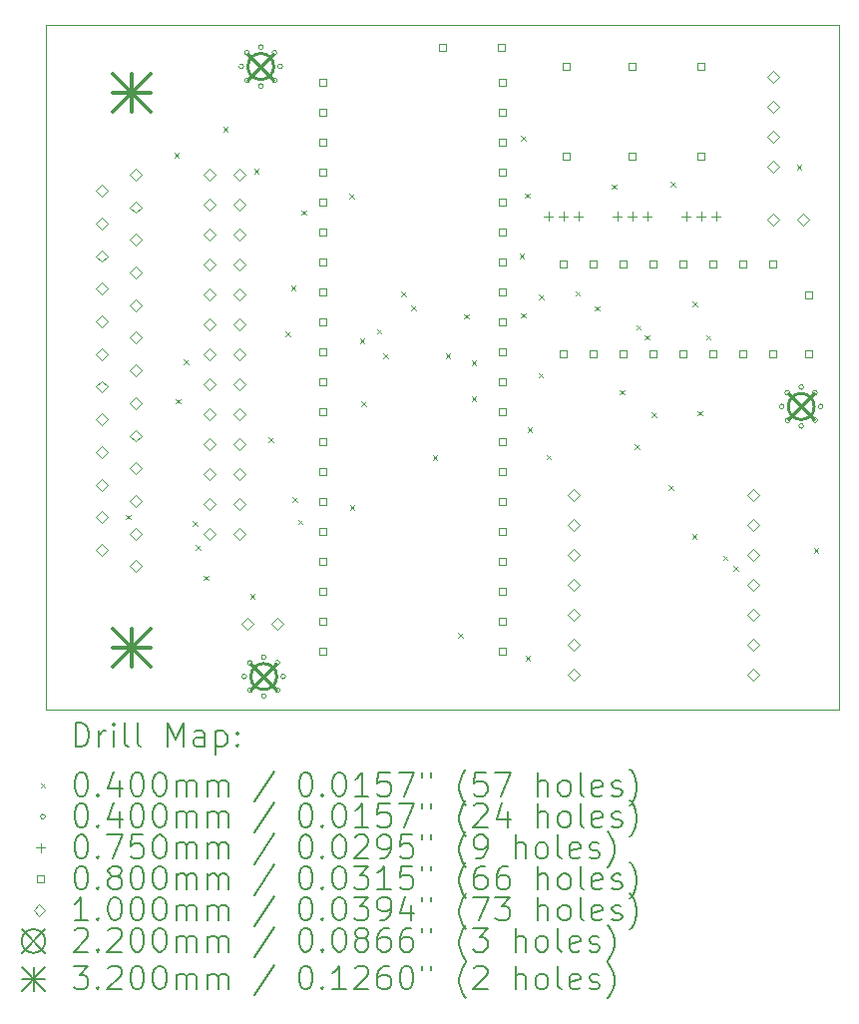
<source format=gbr>
%FSLAX45Y45*%
G04 Gerber Fmt 4.5, Leading zero omitted, Abs format (unit mm)*
G04 Created by KiCad (PCBNEW (6.0.5)) date 2023-08-20 17:12:58*
%MOMM*%
%LPD*%
G01*
G04 APERTURE LIST*
%TA.AperFunction,Profile*%
%ADD10C,0.050000*%
%TD*%
%ADD11C,0.200000*%
%ADD12C,0.040000*%
%ADD13C,0.075000*%
%ADD14C,0.080000*%
%ADD15C,0.100000*%
%ADD16C,0.220000*%
%ADD17C,0.320000*%
G04 APERTURE END LIST*
D10*
X16131159Y-11906831D02*
X9398000Y-11906831D01*
X9398000Y-11906831D02*
X9398000Y-6096000D01*
X9398000Y-6096000D02*
X16131159Y-6096000D01*
X16131159Y-6096000D02*
X16131159Y-11906831D01*
D11*
D12*
X10076700Y-10252580D02*
X10116700Y-10292580D01*
X10116700Y-10252580D02*
X10076700Y-10292580D01*
X10489730Y-7182980D02*
X10529730Y-7222980D01*
X10529730Y-7182980D02*
X10489730Y-7222980D01*
X10505240Y-9268990D02*
X10545240Y-9308990D01*
X10545240Y-9268990D02*
X10505240Y-9308990D01*
X10573390Y-8933250D02*
X10613390Y-8973250D01*
X10613390Y-8933250D02*
X10573390Y-8973250D01*
X10646730Y-10307100D02*
X10686730Y-10347100D01*
X10686730Y-10307100D02*
X10646730Y-10347100D01*
X10672300Y-10509150D02*
X10712300Y-10549150D01*
X10712300Y-10509150D02*
X10672300Y-10549150D01*
X10741260Y-10767770D02*
X10781260Y-10807770D01*
X10781260Y-10767770D02*
X10741260Y-10807770D01*
X10905310Y-6960820D02*
X10945310Y-7000820D01*
X10945310Y-6960820D02*
X10905310Y-7000820D01*
X11133900Y-10925630D02*
X11173900Y-10965630D01*
X11173900Y-10925630D02*
X11133900Y-10965630D01*
X11168360Y-7321150D02*
X11208360Y-7361150D01*
X11208360Y-7321150D02*
X11168360Y-7361150D01*
X11289960Y-9595340D02*
X11329960Y-9635340D01*
X11329960Y-9595340D02*
X11289960Y-9635340D01*
X11434210Y-8698830D02*
X11474210Y-8738830D01*
X11474210Y-8698830D02*
X11434210Y-8738830D01*
X11480030Y-8305750D02*
X11520030Y-8345750D01*
X11520030Y-8305750D02*
X11480030Y-8345750D01*
X11493490Y-10102850D02*
X11533490Y-10142850D01*
X11533490Y-10102850D02*
X11493490Y-10142850D01*
X11540320Y-10294950D02*
X11580320Y-10334950D01*
X11580320Y-10294950D02*
X11540320Y-10334950D01*
X11568460Y-7670490D02*
X11608460Y-7710490D01*
X11608460Y-7670490D02*
X11568460Y-7710490D01*
X11973190Y-7530540D02*
X12013190Y-7570540D01*
X12013190Y-7530540D02*
X11973190Y-7570540D01*
X11979880Y-10168890D02*
X12019880Y-10208890D01*
X12019880Y-10168890D02*
X11979880Y-10208890D01*
X12065410Y-8755210D02*
X12105410Y-8795210D01*
X12105410Y-8755210D02*
X12065410Y-8795210D01*
X12077390Y-9291920D02*
X12117390Y-9331920D01*
X12117390Y-9291920D02*
X12077390Y-9331920D01*
X12209700Y-8676120D02*
X12249700Y-8716120D01*
X12249700Y-8676120D02*
X12209700Y-8716120D01*
X12264850Y-8885730D02*
X12304850Y-8925730D01*
X12304850Y-8885730D02*
X12264850Y-8925730D01*
X12417200Y-8357370D02*
X12457200Y-8397370D01*
X12457200Y-8357370D02*
X12417200Y-8397370D01*
X12503080Y-8477310D02*
X12543080Y-8517310D01*
X12543080Y-8477310D02*
X12503080Y-8517310D01*
X12683830Y-9749540D02*
X12723830Y-9789540D01*
X12723830Y-9749540D02*
X12683830Y-9789540D01*
X12793020Y-8883240D02*
X12833020Y-8923240D01*
X12833020Y-8883240D02*
X12793020Y-8923240D01*
X12898540Y-11253390D02*
X12938540Y-11293390D01*
X12938540Y-11253390D02*
X12898540Y-11293390D01*
X12952590Y-8550000D02*
X12992590Y-8590000D01*
X12992590Y-8550000D02*
X12952590Y-8590000D01*
X13013270Y-8945770D02*
X13053270Y-8985770D01*
X13053270Y-8945770D02*
X13013270Y-8985770D01*
X13013270Y-9250420D02*
X13053270Y-9290420D01*
X13053270Y-9250420D02*
X13013270Y-9290420D01*
X13419690Y-8036200D02*
X13459690Y-8076200D01*
X13459690Y-8036200D02*
X13419690Y-8076200D01*
X13429880Y-8541510D02*
X13469880Y-8581510D01*
X13469880Y-8541510D02*
X13429880Y-8581510D01*
X13430520Y-7036820D02*
X13470520Y-7076820D01*
X13470520Y-7036820D02*
X13430520Y-7076820D01*
X13464820Y-7526380D02*
X13504820Y-7566380D01*
X13504820Y-7526380D02*
X13464820Y-7566380D01*
X13470980Y-11449290D02*
X13510980Y-11489290D01*
X13510980Y-11449290D02*
X13470980Y-11489290D01*
X13487650Y-9508240D02*
X13527650Y-9548240D01*
X13527650Y-9508240D02*
X13487650Y-9548240D01*
X13581570Y-9049270D02*
X13621570Y-9089270D01*
X13621570Y-9049270D02*
X13581570Y-9089270D01*
X13585070Y-8387740D02*
X13625070Y-8427740D01*
X13625070Y-8387740D02*
X13585070Y-8427740D01*
X13648660Y-9744040D02*
X13688660Y-9784040D01*
X13688660Y-9744040D02*
X13648660Y-9784040D01*
X13895070Y-8356240D02*
X13935070Y-8396240D01*
X13935070Y-8356240D02*
X13895070Y-8396240D01*
X14056580Y-8482940D02*
X14096580Y-8522940D01*
X14096580Y-8482940D02*
X14056580Y-8522940D01*
X14204260Y-7448570D02*
X14244260Y-7488570D01*
X14244260Y-7448570D02*
X14204260Y-7488570D01*
X14271180Y-9194470D02*
X14311180Y-9234470D01*
X14311180Y-9194470D02*
X14271180Y-9234470D01*
X14397330Y-9653600D02*
X14437330Y-9693600D01*
X14437330Y-9653600D02*
X14397330Y-9693600D01*
X14409270Y-8644240D02*
X14449270Y-8684240D01*
X14449270Y-8644240D02*
X14409270Y-8684240D01*
X14481970Y-8726850D02*
X14521970Y-8766850D01*
X14521970Y-8726850D02*
X14481970Y-8766850D01*
X14544050Y-9383660D02*
X14584050Y-9423660D01*
X14584050Y-9383660D02*
X14544050Y-9423660D01*
X14686230Y-10001300D02*
X14726230Y-10041300D01*
X14726230Y-10001300D02*
X14686230Y-10041300D01*
X14700420Y-7426520D02*
X14740420Y-7466520D01*
X14740420Y-7426520D02*
X14700420Y-7466520D01*
X14884800Y-10417100D02*
X14924800Y-10457100D01*
X14924800Y-10417100D02*
X14884800Y-10457100D01*
X14887420Y-8443770D02*
X14927420Y-8483770D01*
X14927420Y-8443770D02*
X14887420Y-8483770D01*
X14930510Y-9370120D02*
X14970510Y-9410120D01*
X14970510Y-9370120D02*
X14930510Y-9410120D01*
X15002780Y-8727270D02*
X15042780Y-8767270D01*
X15042780Y-8727270D02*
X15002780Y-8767270D01*
X15146350Y-10598610D02*
X15186350Y-10638610D01*
X15186350Y-10598610D02*
X15146350Y-10638610D01*
X15237130Y-10690740D02*
X15277130Y-10730740D01*
X15277130Y-10690740D02*
X15237130Y-10730740D01*
X15773080Y-7282500D02*
X15813080Y-7322500D01*
X15813080Y-7282500D02*
X15773080Y-7322500D01*
X15917100Y-10536280D02*
X15957100Y-10576280D01*
X15957100Y-10536280D02*
X15917100Y-10576280D01*
X11080000Y-6450000D02*
G75*
G03*
X11080000Y-6450000I-20000J0D01*
G01*
X11105000Y-11625000D02*
G75*
G03*
X11105000Y-11625000I-20000J0D01*
G01*
X11128327Y-6333327D02*
G75*
G03*
X11128327Y-6333327I-20000J0D01*
G01*
X11128327Y-6566673D02*
G75*
G03*
X11128327Y-6566673I-20000J0D01*
G01*
X11153327Y-11508327D02*
G75*
G03*
X11153327Y-11508327I-20000J0D01*
G01*
X11153327Y-11741673D02*
G75*
G03*
X11153327Y-11741673I-20000J0D01*
G01*
X11245000Y-6285000D02*
G75*
G03*
X11245000Y-6285000I-20000J0D01*
G01*
X11245000Y-6615000D02*
G75*
G03*
X11245000Y-6615000I-20000J0D01*
G01*
X11270000Y-11460000D02*
G75*
G03*
X11270000Y-11460000I-20000J0D01*
G01*
X11270000Y-11790000D02*
G75*
G03*
X11270000Y-11790000I-20000J0D01*
G01*
X11361673Y-6333327D02*
G75*
G03*
X11361673Y-6333327I-20000J0D01*
G01*
X11361673Y-6566673D02*
G75*
G03*
X11361673Y-6566673I-20000J0D01*
G01*
X11386673Y-11508327D02*
G75*
G03*
X11386673Y-11508327I-20000J0D01*
G01*
X11386673Y-11741673D02*
G75*
G03*
X11386673Y-11741673I-20000J0D01*
G01*
X11410000Y-6450000D02*
G75*
G03*
X11410000Y-6450000I-20000J0D01*
G01*
X11435000Y-11625000D02*
G75*
G03*
X11435000Y-11625000I-20000J0D01*
G01*
X15666500Y-9334500D02*
G75*
G03*
X15666500Y-9334500I-20000J0D01*
G01*
X15714827Y-9217827D02*
G75*
G03*
X15714827Y-9217827I-20000J0D01*
G01*
X15714827Y-9451173D02*
G75*
G03*
X15714827Y-9451173I-20000J0D01*
G01*
X15831500Y-9169500D02*
G75*
G03*
X15831500Y-9169500I-20000J0D01*
G01*
X15831500Y-9499500D02*
G75*
G03*
X15831500Y-9499500I-20000J0D01*
G01*
X15948173Y-9217827D02*
G75*
G03*
X15948173Y-9217827I-20000J0D01*
G01*
X15948173Y-9451173D02*
G75*
G03*
X15948173Y-9451173I-20000J0D01*
G01*
X15996500Y-9334500D02*
G75*
G03*
X15996500Y-9334500I-20000J0D01*
G01*
D13*
X13665200Y-7682000D02*
X13665200Y-7757000D01*
X13627700Y-7719500D02*
X13702700Y-7719500D01*
X13792200Y-7682000D02*
X13792200Y-7757000D01*
X13754700Y-7719500D02*
X13829700Y-7719500D01*
X13919200Y-7682000D02*
X13919200Y-7757000D01*
X13881700Y-7719500D02*
X13956700Y-7719500D01*
X14249400Y-7682000D02*
X14249400Y-7757000D01*
X14211900Y-7719500D02*
X14286900Y-7719500D01*
X14376400Y-7682000D02*
X14376400Y-7757000D01*
X14338900Y-7719500D02*
X14413900Y-7719500D01*
X14503400Y-7682000D02*
X14503400Y-7757000D01*
X14465900Y-7719500D02*
X14540900Y-7719500D01*
X14833600Y-7682000D02*
X14833600Y-7757000D01*
X14796100Y-7719500D02*
X14871100Y-7719500D01*
X14960600Y-7682000D02*
X14960600Y-7757000D01*
X14923100Y-7719500D02*
X14998100Y-7719500D01*
X15087600Y-7682000D02*
X15087600Y-7757000D01*
X15050100Y-7719500D02*
X15125100Y-7719500D01*
D14*
X11779284Y-6612284D02*
X11779284Y-6555715D01*
X11722715Y-6555715D01*
X11722715Y-6612284D01*
X11779284Y-6612284D01*
X11779284Y-6866284D02*
X11779284Y-6809715D01*
X11722715Y-6809715D01*
X11722715Y-6866284D01*
X11779284Y-6866284D01*
X11779284Y-7120284D02*
X11779284Y-7063715D01*
X11722715Y-7063715D01*
X11722715Y-7120284D01*
X11779284Y-7120284D01*
X11779284Y-7374284D02*
X11779284Y-7317715D01*
X11722715Y-7317715D01*
X11722715Y-7374284D01*
X11779284Y-7374284D01*
X11779284Y-7628284D02*
X11779284Y-7571715D01*
X11722715Y-7571715D01*
X11722715Y-7628284D01*
X11779284Y-7628284D01*
X11779284Y-7882284D02*
X11779284Y-7825715D01*
X11722715Y-7825715D01*
X11722715Y-7882284D01*
X11779284Y-7882284D01*
X11779284Y-8136284D02*
X11779284Y-8079715D01*
X11722715Y-8079715D01*
X11722715Y-8136284D01*
X11779284Y-8136284D01*
X11779284Y-8390285D02*
X11779284Y-8333715D01*
X11722715Y-8333715D01*
X11722715Y-8390285D01*
X11779284Y-8390285D01*
X11779284Y-8644285D02*
X11779284Y-8587716D01*
X11722715Y-8587716D01*
X11722715Y-8644285D01*
X11779284Y-8644285D01*
X11779284Y-8898285D02*
X11779284Y-8841716D01*
X11722715Y-8841716D01*
X11722715Y-8898285D01*
X11779284Y-8898285D01*
X11779284Y-9152285D02*
X11779284Y-9095716D01*
X11722715Y-9095716D01*
X11722715Y-9152285D01*
X11779284Y-9152285D01*
X11779284Y-9406285D02*
X11779284Y-9349716D01*
X11722715Y-9349716D01*
X11722715Y-9406285D01*
X11779284Y-9406285D01*
X11779284Y-9660285D02*
X11779284Y-9603716D01*
X11722715Y-9603716D01*
X11722715Y-9660285D01*
X11779284Y-9660285D01*
X11779284Y-9914285D02*
X11779284Y-9857716D01*
X11722715Y-9857716D01*
X11722715Y-9914285D01*
X11779284Y-9914285D01*
X11779284Y-10168285D02*
X11779284Y-10111716D01*
X11722715Y-10111716D01*
X11722715Y-10168285D01*
X11779284Y-10168285D01*
X11779284Y-10422285D02*
X11779284Y-10365716D01*
X11722715Y-10365716D01*
X11722715Y-10422285D01*
X11779284Y-10422285D01*
X11779284Y-10676285D02*
X11779284Y-10619716D01*
X11722715Y-10619716D01*
X11722715Y-10676285D01*
X11779284Y-10676285D01*
X11779284Y-10930285D02*
X11779284Y-10873716D01*
X11722715Y-10873716D01*
X11722715Y-10930285D01*
X11779284Y-10930285D01*
X11779284Y-11184285D02*
X11779284Y-11127716D01*
X11722715Y-11127716D01*
X11722715Y-11184285D01*
X11779284Y-11184285D01*
X11779284Y-11438284D02*
X11779284Y-11381715D01*
X11722715Y-11381715D01*
X11722715Y-11438284D01*
X11779284Y-11438284D01*
X12795784Y-6314784D02*
X12795784Y-6258215D01*
X12739215Y-6258215D01*
X12739215Y-6314784D01*
X12795784Y-6314784D01*
X13295784Y-6314784D02*
X13295784Y-6258215D01*
X13239215Y-6258215D01*
X13239215Y-6314784D01*
X13295784Y-6314784D01*
X13303284Y-6612284D02*
X13303284Y-6555715D01*
X13246715Y-6555715D01*
X13246715Y-6612284D01*
X13303284Y-6612284D01*
X13303284Y-6866284D02*
X13303284Y-6809715D01*
X13246715Y-6809715D01*
X13246715Y-6866284D01*
X13303284Y-6866284D01*
X13303284Y-7120284D02*
X13303284Y-7063715D01*
X13246715Y-7063715D01*
X13246715Y-7120284D01*
X13303284Y-7120284D01*
X13303284Y-7374284D02*
X13303284Y-7317715D01*
X13246715Y-7317715D01*
X13246715Y-7374284D01*
X13303284Y-7374284D01*
X13303284Y-7628284D02*
X13303284Y-7571715D01*
X13246715Y-7571715D01*
X13246715Y-7628284D01*
X13303284Y-7628284D01*
X13303284Y-7882284D02*
X13303284Y-7825715D01*
X13246715Y-7825715D01*
X13246715Y-7882284D01*
X13303284Y-7882284D01*
X13303284Y-8136284D02*
X13303284Y-8079715D01*
X13246715Y-8079715D01*
X13246715Y-8136284D01*
X13303284Y-8136284D01*
X13303284Y-8390285D02*
X13303284Y-8333715D01*
X13246715Y-8333715D01*
X13246715Y-8390285D01*
X13303284Y-8390285D01*
X13303284Y-8644285D02*
X13303284Y-8587716D01*
X13246715Y-8587716D01*
X13246715Y-8644285D01*
X13303284Y-8644285D01*
X13303284Y-8898285D02*
X13303284Y-8841716D01*
X13246715Y-8841716D01*
X13246715Y-8898285D01*
X13303284Y-8898285D01*
X13303284Y-9152285D02*
X13303284Y-9095716D01*
X13246715Y-9095716D01*
X13246715Y-9152285D01*
X13303284Y-9152285D01*
X13303284Y-9406285D02*
X13303284Y-9349716D01*
X13246715Y-9349716D01*
X13246715Y-9406285D01*
X13303284Y-9406285D01*
X13303284Y-9660285D02*
X13303284Y-9603716D01*
X13246715Y-9603716D01*
X13246715Y-9660285D01*
X13303284Y-9660285D01*
X13303284Y-9914285D02*
X13303284Y-9857716D01*
X13246715Y-9857716D01*
X13246715Y-9914285D01*
X13303284Y-9914285D01*
X13303284Y-10168285D02*
X13303284Y-10111716D01*
X13246715Y-10111716D01*
X13246715Y-10168285D01*
X13303284Y-10168285D01*
X13303284Y-10422285D02*
X13303284Y-10365716D01*
X13246715Y-10365716D01*
X13246715Y-10422285D01*
X13303284Y-10422285D01*
X13303284Y-10676285D02*
X13303284Y-10619716D01*
X13246715Y-10619716D01*
X13246715Y-10676285D01*
X13303284Y-10676285D01*
X13303284Y-10930285D02*
X13303284Y-10873716D01*
X13246715Y-10873716D01*
X13246715Y-10930285D01*
X13303284Y-10930285D01*
X13303284Y-11184285D02*
X13303284Y-11127716D01*
X13246715Y-11127716D01*
X13246715Y-11184285D01*
X13303284Y-11184285D01*
X13303284Y-11438284D02*
X13303284Y-11381715D01*
X13246715Y-11381715D01*
X13246715Y-11438284D01*
X13303284Y-11438284D01*
X13821484Y-8156284D02*
X13821484Y-8099715D01*
X13764915Y-8099715D01*
X13764915Y-8156284D01*
X13821484Y-8156284D01*
X13821484Y-8918285D02*
X13821484Y-8861716D01*
X13764915Y-8861716D01*
X13764915Y-8918285D01*
X13821484Y-8918285D01*
X13845884Y-6479884D02*
X13845884Y-6423315D01*
X13789315Y-6423315D01*
X13789315Y-6479884D01*
X13845884Y-6479884D01*
X13845884Y-7241884D02*
X13845884Y-7185315D01*
X13789315Y-7185315D01*
X13789315Y-7241884D01*
X13845884Y-7241884D01*
X14075484Y-8156284D02*
X14075484Y-8099715D01*
X14018915Y-8099715D01*
X14018915Y-8156284D01*
X14075484Y-8156284D01*
X14075484Y-8918285D02*
X14075484Y-8861716D01*
X14018915Y-8861716D01*
X14018915Y-8918285D01*
X14075484Y-8918285D01*
X14329484Y-8156284D02*
X14329484Y-8099715D01*
X14272915Y-8099715D01*
X14272915Y-8156284D01*
X14329484Y-8156284D01*
X14329484Y-8918285D02*
X14329484Y-8861716D01*
X14272915Y-8861716D01*
X14272915Y-8918285D01*
X14329484Y-8918285D01*
X14404684Y-6479884D02*
X14404684Y-6423315D01*
X14348115Y-6423315D01*
X14348115Y-6479884D01*
X14404684Y-6479884D01*
X14404684Y-7241884D02*
X14404684Y-7185315D01*
X14348115Y-7185315D01*
X14348115Y-7241884D01*
X14404684Y-7241884D01*
X14583484Y-8156284D02*
X14583484Y-8099715D01*
X14526915Y-8099715D01*
X14526915Y-8156284D01*
X14583484Y-8156284D01*
X14583484Y-8918285D02*
X14583484Y-8861716D01*
X14526915Y-8861716D01*
X14526915Y-8918285D01*
X14583484Y-8918285D01*
X14837484Y-8156284D02*
X14837484Y-8099715D01*
X14780915Y-8099715D01*
X14780915Y-8156284D01*
X14837484Y-8156284D01*
X14837484Y-8918285D02*
X14837484Y-8861716D01*
X14780915Y-8861716D01*
X14780915Y-8918285D01*
X14837484Y-8918285D01*
X14988884Y-6479884D02*
X14988884Y-6423315D01*
X14932315Y-6423315D01*
X14932315Y-6479884D01*
X14988884Y-6479884D01*
X14988884Y-7241884D02*
X14988884Y-7185315D01*
X14932315Y-7185315D01*
X14932315Y-7241884D01*
X14988884Y-7241884D01*
X15091484Y-8156284D02*
X15091484Y-8099715D01*
X15034915Y-8099715D01*
X15034915Y-8156284D01*
X15091484Y-8156284D01*
X15091484Y-8918285D02*
X15091484Y-8861716D01*
X15034915Y-8861716D01*
X15034915Y-8918285D01*
X15091484Y-8918285D01*
X15345484Y-8156284D02*
X15345484Y-8099715D01*
X15288915Y-8099715D01*
X15288915Y-8156284D01*
X15345484Y-8156284D01*
X15345484Y-8918285D02*
X15345484Y-8861716D01*
X15288915Y-8861716D01*
X15288915Y-8918285D01*
X15345484Y-8918285D01*
X15599484Y-8156284D02*
X15599484Y-8099715D01*
X15542915Y-8099715D01*
X15542915Y-8156284D01*
X15599484Y-8156284D01*
X15599484Y-8918285D02*
X15599484Y-8861716D01*
X15542915Y-8861716D01*
X15542915Y-8918285D01*
X15599484Y-8918285D01*
X15903284Y-8414285D02*
X15903284Y-8357715D01*
X15846715Y-8357715D01*
X15846715Y-8414285D01*
X15903284Y-8414285D01*
X15903284Y-8914285D02*
X15903284Y-8857716D01*
X15846715Y-8857716D01*
X15846715Y-8914285D01*
X15903284Y-8914285D01*
D15*
X9876000Y-7554500D02*
X9926000Y-7504500D01*
X9876000Y-7454500D01*
X9826000Y-7504500D01*
X9876000Y-7554500D01*
X9876000Y-7831500D02*
X9926000Y-7781500D01*
X9876000Y-7731500D01*
X9826000Y-7781500D01*
X9876000Y-7831500D01*
X9876000Y-8108500D02*
X9926000Y-8058500D01*
X9876000Y-8008500D01*
X9826000Y-8058500D01*
X9876000Y-8108500D01*
X9876000Y-8385500D02*
X9926000Y-8335500D01*
X9876000Y-8285500D01*
X9826000Y-8335500D01*
X9876000Y-8385500D01*
X9876000Y-8662500D02*
X9926000Y-8612500D01*
X9876000Y-8562500D01*
X9826000Y-8612500D01*
X9876000Y-8662500D01*
X9876000Y-8939500D02*
X9926000Y-8889500D01*
X9876000Y-8839500D01*
X9826000Y-8889500D01*
X9876000Y-8939500D01*
X9876000Y-9216500D02*
X9926000Y-9166500D01*
X9876000Y-9116500D01*
X9826000Y-9166500D01*
X9876000Y-9216500D01*
X9876000Y-9493500D02*
X9926000Y-9443500D01*
X9876000Y-9393500D01*
X9826000Y-9443500D01*
X9876000Y-9493500D01*
X9876000Y-9770500D02*
X9926000Y-9720500D01*
X9876000Y-9670500D01*
X9826000Y-9720500D01*
X9876000Y-9770500D01*
X9876000Y-10047500D02*
X9926000Y-9997500D01*
X9876000Y-9947500D01*
X9826000Y-9997500D01*
X9876000Y-10047500D01*
X9876000Y-10324500D02*
X9926000Y-10274500D01*
X9876000Y-10224500D01*
X9826000Y-10274500D01*
X9876000Y-10324500D01*
X9876000Y-10601500D02*
X9926000Y-10551500D01*
X9876000Y-10501500D01*
X9826000Y-10551500D01*
X9876000Y-10601500D01*
X10160000Y-7416000D02*
X10210000Y-7366000D01*
X10160000Y-7316000D01*
X10110000Y-7366000D01*
X10160000Y-7416000D01*
X10160000Y-7693000D02*
X10210000Y-7643000D01*
X10160000Y-7593000D01*
X10110000Y-7643000D01*
X10160000Y-7693000D01*
X10160000Y-7970000D02*
X10210000Y-7920000D01*
X10160000Y-7870000D01*
X10110000Y-7920000D01*
X10160000Y-7970000D01*
X10160000Y-8247000D02*
X10210000Y-8197000D01*
X10160000Y-8147000D01*
X10110000Y-8197000D01*
X10160000Y-8247000D01*
X10160000Y-8524000D02*
X10210000Y-8474000D01*
X10160000Y-8424000D01*
X10110000Y-8474000D01*
X10160000Y-8524000D01*
X10160000Y-8801000D02*
X10210000Y-8751000D01*
X10160000Y-8701000D01*
X10110000Y-8751000D01*
X10160000Y-8801000D01*
X10160000Y-9078000D02*
X10210000Y-9028000D01*
X10160000Y-8978000D01*
X10110000Y-9028000D01*
X10160000Y-9078000D01*
X10160000Y-9355000D02*
X10210000Y-9305000D01*
X10160000Y-9255000D01*
X10110000Y-9305000D01*
X10160000Y-9355000D01*
X10160000Y-9632000D02*
X10210000Y-9582000D01*
X10160000Y-9532000D01*
X10110000Y-9582000D01*
X10160000Y-9632000D01*
X10160000Y-9909000D02*
X10210000Y-9859000D01*
X10160000Y-9809000D01*
X10110000Y-9859000D01*
X10160000Y-9909000D01*
X10160000Y-10186000D02*
X10210000Y-10136000D01*
X10160000Y-10086000D01*
X10110000Y-10136000D01*
X10160000Y-10186000D01*
X10160000Y-10463000D02*
X10210000Y-10413000D01*
X10160000Y-10363000D01*
X10110000Y-10413000D01*
X10160000Y-10463000D01*
X10160000Y-10740000D02*
X10210000Y-10690000D01*
X10160000Y-10640000D01*
X10110000Y-10690000D01*
X10160000Y-10740000D01*
X10789000Y-7416000D02*
X10839000Y-7366000D01*
X10789000Y-7316000D01*
X10739000Y-7366000D01*
X10789000Y-7416000D01*
X10789000Y-7670000D02*
X10839000Y-7620000D01*
X10789000Y-7570000D01*
X10739000Y-7620000D01*
X10789000Y-7670000D01*
X10789000Y-7924000D02*
X10839000Y-7874000D01*
X10789000Y-7824000D01*
X10739000Y-7874000D01*
X10789000Y-7924000D01*
X10789000Y-8178000D02*
X10839000Y-8128000D01*
X10789000Y-8078000D01*
X10739000Y-8128000D01*
X10789000Y-8178000D01*
X10789000Y-8432000D02*
X10839000Y-8382000D01*
X10789000Y-8332000D01*
X10739000Y-8382000D01*
X10789000Y-8432000D01*
X10789000Y-8686000D02*
X10839000Y-8636000D01*
X10789000Y-8586000D01*
X10739000Y-8636000D01*
X10789000Y-8686000D01*
X10789000Y-8940000D02*
X10839000Y-8890000D01*
X10789000Y-8840000D01*
X10739000Y-8890000D01*
X10789000Y-8940000D01*
X10789000Y-9194000D02*
X10839000Y-9144000D01*
X10789000Y-9094000D01*
X10739000Y-9144000D01*
X10789000Y-9194000D01*
X10789000Y-9448000D02*
X10839000Y-9398000D01*
X10789000Y-9348000D01*
X10739000Y-9398000D01*
X10789000Y-9448000D01*
X10789000Y-9702000D02*
X10839000Y-9652000D01*
X10789000Y-9602000D01*
X10739000Y-9652000D01*
X10789000Y-9702000D01*
X10789000Y-9956000D02*
X10839000Y-9906000D01*
X10789000Y-9856000D01*
X10739000Y-9906000D01*
X10789000Y-9956000D01*
X10789000Y-10210000D02*
X10839000Y-10160000D01*
X10789000Y-10110000D01*
X10739000Y-10160000D01*
X10789000Y-10210000D01*
X10789000Y-10464000D02*
X10839000Y-10414000D01*
X10789000Y-10364000D01*
X10739000Y-10414000D01*
X10789000Y-10464000D01*
X11043000Y-7416000D02*
X11093000Y-7366000D01*
X11043000Y-7316000D01*
X10993000Y-7366000D01*
X11043000Y-7416000D01*
X11043000Y-7670000D02*
X11093000Y-7620000D01*
X11043000Y-7570000D01*
X10993000Y-7620000D01*
X11043000Y-7670000D01*
X11043000Y-7924000D02*
X11093000Y-7874000D01*
X11043000Y-7824000D01*
X10993000Y-7874000D01*
X11043000Y-7924000D01*
X11043000Y-8178000D02*
X11093000Y-8128000D01*
X11043000Y-8078000D01*
X10993000Y-8128000D01*
X11043000Y-8178000D01*
X11043000Y-8432000D02*
X11093000Y-8382000D01*
X11043000Y-8332000D01*
X10993000Y-8382000D01*
X11043000Y-8432000D01*
X11043000Y-8686000D02*
X11093000Y-8636000D01*
X11043000Y-8586000D01*
X10993000Y-8636000D01*
X11043000Y-8686000D01*
X11043000Y-8940000D02*
X11093000Y-8890000D01*
X11043000Y-8840000D01*
X10993000Y-8890000D01*
X11043000Y-8940000D01*
X11043000Y-9194000D02*
X11093000Y-9144000D01*
X11043000Y-9094000D01*
X10993000Y-9144000D01*
X11043000Y-9194000D01*
X11043000Y-9448000D02*
X11093000Y-9398000D01*
X11043000Y-9348000D01*
X10993000Y-9398000D01*
X11043000Y-9448000D01*
X11043000Y-9702000D02*
X11093000Y-9652000D01*
X11043000Y-9602000D01*
X10993000Y-9652000D01*
X11043000Y-9702000D01*
X11043000Y-9956000D02*
X11093000Y-9906000D01*
X11043000Y-9856000D01*
X10993000Y-9906000D01*
X11043000Y-9956000D01*
X11043000Y-10210000D02*
X11093000Y-10160000D01*
X11043000Y-10110000D01*
X10993000Y-10160000D01*
X11043000Y-10210000D01*
X11043000Y-10464000D02*
X11093000Y-10414000D01*
X11043000Y-10364000D01*
X10993000Y-10414000D01*
X11043000Y-10464000D01*
X11112000Y-11226000D02*
X11162000Y-11176000D01*
X11112000Y-11126000D01*
X11062000Y-11176000D01*
X11112000Y-11226000D01*
X11366000Y-11226000D02*
X11416000Y-11176000D01*
X11366000Y-11126000D01*
X11316000Y-11176000D01*
X11366000Y-11226000D01*
X13879750Y-10138800D02*
X13929750Y-10088800D01*
X13879750Y-10038800D01*
X13829750Y-10088800D01*
X13879750Y-10138800D01*
X13879750Y-10392800D02*
X13929750Y-10342800D01*
X13879750Y-10292800D01*
X13829750Y-10342800D01*
X13879750Y-10392800D01*
X13879750Y-10646800D02*
X13929750Y-10596800D01*
X13879750Y-10546800D01*
X13829750Y-10596800D01*
X13879750Y-10646800D01*
X13879750Y-10900800D02*
X13929750Y-10850800D01*
X13879750Y-10800800D01*
X13829750Y-10850800D01*
X13879750Y-10900800D01*
X13879750Y-11154800D02*
X13929750Y-11104800D01*
X13879750Y-11054800D01*
X13829750Y-11104800D01*
X13879750Y-11154800D01*
X13879750Y-11408800D02*
X13929750Y-11358800D01*
X13879750Y-11308800D01*
X13829750Y-11358800D01*
X13879750Y-11408800D01*
X13879750Y-11662800D02*
X13929750Y-11612800D01*
X13879750Y-11562800D01*
X13829750Y-11612800D01*
X13879750Y-11662800D01*
X15404750Y-10138800D02*
X15454750Y-10088800D01*
X15404750Y-10038800D01*
X15354750Y-10088800D01*
X15404750Y-10138800D01*
X15404750Y-10392800D02*
X15454750Y-10342800D01*
X15404750Y-10292800D01*
X15354750Y-10342800D01*
X15404750Y-10392800D01*
X15404750Y-10646800D02*
X15454750Y-10596800D01*
X15404750Y-10546800D01*
X15354750Y-10596800D01*
X15404750Y-10646800D01*
X15404750Y-10900800D02*
X15454750Y-10850800D01*
X15404750Y-10800800D01*
X15354750Y-10850800D01*
X15404750Y-10900800D01*
X15404750Y-11154800D02*
X15454750Y-11104800D01*
X15404750Y-11054800D01*
X15354750Y-11104800D01*
X15404750Y-11154800D01*
X15404750Y-11408800D02*
X15454750Y-11358800D01*
X15404750Y-11308800D01*
X15354750Y-11358800D01*
X15404750Y-11408800D01*
X15404750Y-11662800D02*
X15454750Y-11612800D01*
X15404750Y-11562800D01*
X15354750Y-11612800D01*
X15404750Y-11662800D01*
X15570200Y-6590500D02*
X15620200Y-6540500D01*
X15570200Y-6490500D01*
X15520200Y-6540500D01*
X15570200Y-6590500D01*
X15570200Y-6844500D02*
X15620200Y-6794500D01*
X15570200Y-6744500D01*
X15520200Y-6794500D01*
X15570200Y-6844500D01*
X15570200Y-7098500D02*
X15620200Y-7048500D01*
X15570200Y-6998500D01*
X15520200Y-7048500D01*
X15570200Y-7098500D01*
X15570200Y-7352500D02*
X15620200Y-7302500D01*
X15570200Y-7252500D01*
X15520200Y-7302500D01*
X15570200Y-7352500D01*
X15570200Y-7797000D02*
X15620200Y-7747000D01*
X15570200Y-7697000D01*
X15520200Y-7747000D01*
X15570200Y-7797000D01*
X15824200Y-7797000D02*
X15874200Y-7747000D01*
X15824200Y-7697000D01*
X15774200Y-7747000D01*
X15824200Y-7797000D01*
D16*
X11115000Y-6340000D02*
X11335000Y-6560000D01*
X11335000Y-6340000D02*
X11115000Y-6560000D01*
X11335000Y-6450000D02*
G75*
G03*
X11335000Y-6450000I-110000J0D01*
G01*
X11140000Y-11515000D02*
X11360000Y-11735000D01*
X11360000Y-11515000D02*
X11140000Y-11735000D01*
X11360000Y-11625000D02*
G75*
G03*
X11360000Y-11625000I-110000J0D01*
G01*
X15701500Y-9224500D02*
X15921500Y-9444500D01*
X15921500Y-9224500D02*
X15701500Y-9444500D01*
X15921500Y-9334500D02*
G75*
G03*
X15921500Y-9334500I-110000J0D01*
G01*
D17*
X9970000Y-6513000D02*
X10290000Y-6833000D01*
X10290000Y-6513000D02*
X9970000Y-6833000D01*
X10130000Y-6513000D02*
X10130000Y-6833000D01*
X9970000Y-6673000D02*
X10290000Y-6673000D01*
X9970000Y-11223000D02*
X10290000Y-11543000D01*
X10290000Y-11223000D02*
X9970000Y-11543000D01*
X10130000Y-11223000D02*
X10130000Y-11543000D01*
X9970000Y-11383000D02*
X10290000Y-11383000D01*
D11*
X9653119Y-12219807D02*
X9653119Y-12019807D01*
X9700738Y-12019807D01*
X9729310Y-12029331D01*
X9748357Y-12048379D01*
X9757881Y-12067426D01*
X9767405Y-12105521D01*
X9767405Y-12134093D01*
X9757881Y-12172188D01*
X9748357Y-12191236D01*
X9729310Y-12210283D01*
X9700738Y-12219807D01*
X9653119Y-12219807D01*
X9853119Y-12219807D02*
X9853119Y-12086474D01*
X9853119Y-12124569D02*
X9862643Y-12105521D01*
X9872167Y-12095998D01*
X9891214Y-12086474D01*
X9910262Y-12086474D01*
X9976929Y-12219807D02*
X9976929Y-12086474D01*
X9976929Y-12019807D02*
X9967405Y-12029331D01*
X9976929Y-12038855D01*
X9986452Y-12029331D01*
X9976929Y-12019807D01*
X9976929Y-12038855D01*
X10100738Y-12219807D02*
X10081690Y-12210283D01*
X10072167Y-12191236D01*
X10072167Y-12019807D01*
X10205500Y-12219807D02*
X10186452Y-12210283D01*
X10176929Y-12191236D01*
X10176929Y-12019807D01*
X10434071Y-12219807D02*
X10434071Y-12019807D01*
X10500738Y-12162664D01*
X10567405Y-12019807D01*
X10567405Y-12219807D01*
X10748357Y-12219807D02*
X10748357Y-12115045D01*
X10738833Y-12095998D01*
X10719786Y-12086474D01*
X10681690Y-12086474D01*
X10662643Y-12095998D01*
X10748357Y-12210283D02*
X10729310Y-12219807D01*
X10681690Y-12219807D01*
X10662643Y-12210283D01*
X10653119Y-12191236D01*
X10653119Y-12172188D01*
X10662643Y-12153140D01*
X10681690Y-12143617D01*
X10729310Y-12143617D01*
X10748357Y-12134093D01*
X10843595Y-12086474D02*
X10843595Y-12286474D01*
X10843595Y-12095998D02*
X10862643Y-12086474D01*
X10900738Y-12086474D01*
X10919786Y-12095998D01*
X10929310Y-12105521D01*
X10938833Y-12124569D01*
X10938833Y-12181712D01*
X10929310Y-12200759D01*
X10919786Y-12210283D01*
X10900738Y-12219807D01*
X10862643Y-12219807D01*
X10843595Y-12210283D01*
X11024548Y-12200759D02*
X11034071Y-12210283D01*
X11024548Y-12219807D01*
X11015024Y-12210283D01*
X11024548Y-12200759D01*
X11024548Y-12219807D01*
X11024548Y-12095998D02*
X11034071Y-12105521D01*
X11024548Y-12115045D01*
X11015024Y-12105521D01*
X11024548Y-12095998D01*
X11024548Y-12115045D01*
D12*
X9355500Y-12529331D02*
X9395500Y-12569331D01*
X9395500Y-12529331D02*
X9355500Y-12569331D01*
D11*
X9691214Y-12439807D02*
X9710262Y-12439807D01*
X9729310Y-12449331D01*
X9738833Y-12458855D01*
X9748357Y-12477902D01*
X9757881Y-12515998D01*
X9757881Y-12563617D01*
X9748357Y-12601712D01*
X9738833Y-12620759D01*
X9729310Y-12630283D01*
X9710262Y-12639807D01*
X9691214Y-12639807D01*
X9672167Y-12630283D01*
X9662643Y-12620759D01*
X9653119Y-12601712D01*
X9643595Y-12563617D01*
X9643595Y-12515998D01*
X9653119Y-12477902D01*
X9662643Y-12458855D01*
X9672167Y-12449331D01*
X9691214Y-12439807D01*
X9843595Y-12620759D02*
X9853119Y-12630283D01*
X9843595Y-12639807D01*
X9834071Y-12630283D01*
X9843595Y-12620759D01*
X9843595Y-12639807D01*
X10024548Y-12506474D02*
X10024548Y-12639807D01*
X9976929Y-12430283D02*
X9929310Y-12573140D01*
X10053119Y-12573140D01*
X10167405Y-12439807D02*
X10186452Y-12439807D01*
X10205500Y-12449331D01*
X10215024Y-12458855D01*
X10224548Y-12477902D01*
X10234071Y-12515998D01*
X10234071Y-12563617D01*
X10224548Y-12601712D01*
X10215024Y-12620759D01*
X10205500Y-12630283D01*
X10186452Y-12639807D01*
X10167405Y-12639807D01*
X10148357Y-12630283D01*
X10138833Y-12620759D01*
X10129310Y-12601712D01*
X10119786Y-12563617D01*
X10119786Y-12515998D01*
X10129310Y-12477902D01*
X10138833Y-12458855D01*
X10148357Y-12449331D01*
X10167405Y-12439807D01*
X10357881Y-12439807D02*
X10376929Y-12439807D01*
X10395976Y-12449331D01*
X10405500Y-12458855D01*
X10415024Y-12477902D01*
X10424548Y-12515998D01*
X10424548Y-12563617D01*
X10415024Y-12601712D01*
X10405500Y-12620759D01*
X10395976Y-12630283D01*
X10376929Y-12639807D01*
X10357881Y-12639807D01*
X10338833Y-12630283D01*
X10329310Y-12620759D01*
X10319786Y-12601712D01*
X10310262Y-12563617D01*
X10310262Y-12515998D01*
X10319786Y-12477902D01*
X10329310Y-12458855D01*
X10338833Y-12449331D01*
X10357881Y-12439807D01*
X10510262Y-12639807D02*
X10510262Y-12506474D01*
X10510262Y-12525521D02*
X10519786Y-12515998D01*
X10538833Y-12506474D01*
X10567405Y-12506474D01*
X10586452Y-12515998D01*
X10595976Y-12535045D01*
X10595976Y-12639807D01*
X10595976Y-12535045D02*
X10605500Y-12515998D01*
X10624548Y-12506474D01*
X10653119Y-12506474D01*
X10672167Y-12515998D01*
X10681690Y-12535045D01*
X10681690Y-12639807D01*
X10776929Y-12639807D02*
X10776929Y-12506474D01*
X10776929Y-12525521D02*
X10786452Y-12515998D01*
X10805500Y-12506474D01*
X10834071Y-12506474D01*
X10853119Y-12515998D01*
X10862643Y-12535045D01*
X10862643Y-12639807D01*
X10862643Y-12535045D02*
X10872167Y-12515998D01*
X10891214Y-12506474D01*
X10919786Y-12506474D01*
X10938833Y-12515998D01*
X10948357Y-12535045D01*
X10948357Y-12639807D01*
X11338833Y-12430283D02*
X11167405Y-12687426D01*
X11595976Y-12439807D02*
X11615024Y-12439807D01*
X11634071Y-12449331D01*
X11643595Y-12458855D01*
X11653119Y-12477902D01*
X11662643Y-12515998D01*
X11662643Y-12563617D01*
X11653119Y-12601712D01*
X11643595Y-12620759D01*
X11634071Y-12630283D01*
X11615024Y-12639807D01*
X11595976Y-12639807D01*
X11576928Y-12630283D01*
X11567405Y-12620759D01*
X11557881Y-12601712D01*
X11548357Y-12563617D01*
X11548357Y-12515998D01*
X11557881Y-12477902D01*
X11567405Y-12458855D01*
X11576928Y-12449331D01*
X11595976Y-12439807D01*
X11748357Y-12620759D02*
X11757881Y-12630283D01*
X11748357Y-12639807D01*
X11738833Y-12630283D01*
X11748357Y-12620759D01*
X11748357Y-12639807D01*
X11881690Y-12439807D02*
X11900738Y-12439807D01*
X11919786Y-12449331D01*
X11929309Y-12458855D01*
X11938833Y-12477902D01*
X11948357Y-12515998D01*
X11948357Y-12563617D01*
X11938833Y-12601712D01*
X11929309Y-12620759D01*
X11919786Y-12630283D01*
X11900738Y-12639807D01*
X11881690Y-12639807D01*
X11862643Y-12630283D01*
X11853119Y-12620759D01*
X11843595Y-12601712D01*
X11834071Y-12563617D01*
X11834071Y-12515998D01*
X11843595Y-12477902D01*
X11853119Y-12458855D01*
X11862643Y-12449331D01*
X11881690Y-12439807D01*
X12138833Y-12639807D02*
X12024548Y-12639807D01*
X12081690Y-12639807D02*
X12081690Y-12439807D01*
X12062643Y-12468379D01*
X12043595Y-12487426D01*
X12024548Y-12496950D01*
X12319786Y-12439807D02*
X12224548Y-12439807D01*
X12215024Y-12535045D01*
X12224548Y-12525521D01*
X12243595Y-12515998D01*
X12291214Y-12515998D01*
X12310262Y-12525521D01*
X12319786Y-12535045D01*
X12329309Y-12554093D01*
X12329309Y-12601712D01*
X12319786Y-12620759D01*
X12310262Y-12630283D01*
X12291214Y-12639807D01*
X12243595Y-12639807D01*
X12224548Y-12630283D01*
X12215024Y-12620759D01*
X12395976Y-12439807D02*
X12529309Y-12439807D01*
X12443595Y-12639807D01*
X12595976Y-12439807D02*
X12595976Y-12477902D01*
X12672167Y-12439807D02*
X12672167Y-12477902D01*
X12967405Y-12715998D02*
X12957881Y-12706474D01*
X12938833Y-12677902D01*
X12929309Y-12658855D01*
X12919786Y-12630283D01*
X12910262Y-12582664D01*
X12910262Y-12544569D01*
X12919786Y-12496950D01*
X12929309Y-12468379D01*
X12938833Y-12449331D01*
X12957881Y-12420759D01*
X12967405Y-12411236D01*
X13138833Y-12439807D02*
X13043595Y-12439807D01*
X13034071Y-12535045D01*
X13043595Y-12525521D01*
X13062643Y-12515998D01*
X13110262Y-12515998D01*
X13129309Y-12525521D01*
X13138833Y-12535045D01*
X13148357Y-12554093D01*
X13148357Y-12601712D01*
X13138833Y-12620759D01*
X13129309Y-12630283D01*
X13110262Y-12639807D01*
X13062643Y-12639807D01*
X13043595Y-12630283D01*
X13034071Y-12620759D01*
X13215024Y-12439807D02*
X13348357Y-12439807D01*
X13262643Y-12639807D01*
X13576928Y-12639807D02*
X13576928Y-12439807D01*
X13662643Y-12639807D02*
X13662643Y-12535045D01*
X13653119Y-12515998D01*
X13634071Y-12506474D01*
X13605500Y-12506474D01*
X13586452Y-12515998D01*
X13576928Y-12525521D01*
X13786452Y-12639807D02*
X13767405Y-12630283D01*
X13757881Y-12620759D01*
X13748357Y-12601712D01*
X13748357Y-12544569D01*
X13757881Y-12525521D01*
X13767405Y-12515998D01*
X13786452Y-12506474D01*
X13815024Y-12506474D01*
X13834071Y-12515998D01*
X13843595Y-12525521D01*
X13853119Y-12544569D01*
X13853119Y-12601712D01*
X13843595Y-12620759D01*
X13834071Y-12630283D01*
X13815024Y-12639807D01*
X13786452Y-12639807D01*
X13967405Y-12639807D02*
X13948357Y-12630283D01*
X13938833Y-12611236D01*
X13938833Y-12439807D01*
X14119786Y-12630283D02*
X14100738Y-12639807D01*
X14062643Y-12639807D01*
X14043595Y-12630283D01*
X14034071Y-12611236D01*
X14034071Y-12535045D01*
X14043595Y-12515998D01*
X14062643Y-12506474D01*
X14100738Y-12506474D01*
X14119786Y-12515998D01*
X14129309Y-12535045D01*
X14129309Y-12554093D01*
X14034071Y-12573140D01*
X14205500Y-12630283D02*
X14224548Y-12639807D01*
X14262643Y-12639807D01*
X14281690Y-12630283D01*
X14291214Y-12611236D01*
X14291214Y-12601712D01*
X14281690Y-12582664D01*
X14262643Y-12573140D01*
X14234071Y-12573140D01*
X14215024Y-12563617D01*
X14205500Y-12544569D01*
X14205500Y-12535045D01*
X14215024Y-12515998D01*
X14234071Y-12506474D01*
X14262643Y-12506474D01*
X14281690Y-12515998D01*
X14357881Y-12715998D02*
X14367405Y-12706474D01*
X14386452Y-12677902D01*
X14395976Y-12658855D01*
X14405500Y-12630283D01*
X14415024Y-12582664D01*
X14415024Y-12544569D01*
X14405500Y-12496950D01*
X14395976Y-12468379D01*
X14386452Y-12449331D01*
X14367405Y-12420759D01*
X14357881Y-12411236D01*
D12*
X9395500Y-12813331D02*
G75*
G03*
X9395500Y-12813331I-20000J0D01*
G01*
D11*
X9691214Y-12703807D02*
X9710262Y-12703807D01*
X9729310Y-12713331D01*
X9738833Y-12722855D01*
X9748357Y-12741902D01*
X9757881Y-12779998D01*
X9757881Y-12827617D01*
X9748357Y-12865712D01*
X9738833Y-12884759D01*
X9729310Y-12894283D01*
X9710262Y-12903807D01*
X9691214Y-12903807D01*
X9672167Y-12894283D01*
X9662643Y-12884759D01*
X9653119Y-12865712D01*
X9643595Y-12827617D01*
X9643595Y-12779998D01*
X9653119Y-12741902D01*
X9662643Y-12722855D01*
X9672167Y-12713331D01*
X9691214Y-12703807D01*
X9843595Y-12884759D02*
X9853119Y-12894283D01*
X9843595Y-12903807D01*
X9834071Y-12894283D01*
X9843595Y-12884759D01*
X9843595Y-12903807D01*
X10024548Y-12770474D02*
X10024548Y-12903807D01*
X9976929Y-12694283D02*
X9929310Y-12837140D01*
X10053119Y-12837140D01*
X10167405Y-12703807D02*
X10186452Y-12703807D01*
X10205500Y-12713331D01*
X10215024Y-12722855D01*
X10224548Y-12741902D01*
X10234071Y-12779998D01*
X10234071Y-12827617D01*
X10224548Y-12865712D01*
X10215024Y-12884759D01*
X10205500Y-12894283D01*
X10186452Y-12903807D01*
X10167405Y-12903807D01*
X10148357Y-12894283D01*
X10138833Y-12884759D01*
X10129310Y-12865712D01*
X10119786Y-12827617D01*
X10119786Y-12779998D01*
X10129310Y-12741902D01*
X10138833Y-12722855D01*
X10148357Y-12713331D01*
X10167405Y-12703807D01*
X10357881Y-12703807D02*
X10376929Y-12703807D01*
X10395976Y-12713331D01*
X10405500Y-12722855D01*
X10415024Y-12741902D01*
X10424548Y-12779998D01*
X10424548Y-12827617D01*
X10415024Y-12865712D01*
X10405500Y-12884759D01*
X10395976Y-12894283D01*
X10376929Y-12903807D01*
X10357881Y-12903807D01*
X10338833Y-12894283D01*
X10329310Y-12884759D01*
X10319786Y-12865712D01*
X10310262Y-12827617D01*
X10310262Y-12779998D01*
X10319786Y-12741902D01*
X10329310Y-12722855D01*
X10338833Y-12713331D01*
X10357881Y-12703807D01*
X10510262Y-12903807D02*
X10510262Y-12770474D01*
X10510262Y-12789521D02*
X10519786Y-12779998D01*
X10538833Y-12770474D01*
X10567405Y-12770474D01*
X10586452Y-12779998D01*
X10595976Y-12799045D01*
X10595976Y-12903807D01*
X10595976Y-12799045D02*
X10605500Y-12779998D01*
X10624548Y-12770474D01*
X10653119Y-12770474D01*
X10672167Y-12779998D01*
X10681690Y-12799045D01*
X10681690Y-12903807D01*
X10776929Y-12903807D02*
X10776929Y-12770474D01*
X10776929Y-12789521D02*
X10786452Y-12779998D01*
X10805500Y-12770474D01*
X10834071Y-12770474D01*
X10853119Y-12779998D01*
X10862643Y-12799045D01*
X10862643Y-12903807D01*
X10862643Y-12799045D02*
X10872167Y-12779998D01*
X10891214Y-12770474D01*
X10919786Y-12770474D01*
X10938833Y-12779998D01*
X10948357Y-12799045D01*
X10948357Y-12903807D01*
X11338833Y-12694283D02*
X11167405Y-12951426D01*
X11595976Y-12703807D02*
X11615024Y-12703807D01*
X11634071Y-12713331D01*
X11643595Y-12722855D01*
X11653119Y-12741902D01*
X11662643Y-12779998D01*
X11662643Y-12827617D01*
X11653119Y-12865712D01*
X11643595Y-12884759D01*
X11634071Y-12894283D01*
X11615024Y-12903807D01*
X11595976Y-12903807D01*
X11576928Y-12894283D01*
X11567405Y-12884759D01*
X11557881Y-12865712D01*
X11548357Y-12827617D01*
X11548357Y-12779998D01*
X11557881Y-12741902D01*
X11567405Y-12722855D01*
X11576928Y-12713331D01*
X11595976Y-12703807D01*
X11748357Y-12884759D02*
X11757881Y-12894283D01*
X11748357Y-12903807D01*
X11738833Y-12894283D01*
X11748357Y-12884759D01*
X11748357Y-12903807D01*
X11881690Y-12703807D02*
X11900738Y-12703807D01*
X11919786Y-12713331D01*
X11929309Y-12722855D01*
X11938833Y-12741902D01*
X11948357Y-12779998D01*
X11948357Y-12827617D01*
X11938833Y-12865712D01*
X11929309Y-12884759D01*
X11919786Y-12894283D01*
X11900738Y-12903807D01*
X11881690Y-12903807D01*
X11862643Y-12894283D01*
X11853119Y-12884759D01*
X11843595Y-12865712D01*
X11834071Y-12827617D01*
X11834071Y-12779998D01*
X11843595Y-12741902D01*
X11853119Y-12722855D01*
X11862643Y-12713331D01*
X11881690Y-12703807D01*
X12138833Y-12903807D02*
X12024548Y-12903807D01*
X12081690Y-12903807D02*
X12081690Y-12703807D01*
X12062643Y-12732379D01*
X12043595Y-12751426D01*
X12024548Y-12760950D01*
X12319786Y-12703807D02*
X12224548Y-12703807D01*
X12215024Y-12799045D01*
X12224548Y-12789521D01*
X12243595Y-12779998D01*
X12291214Y-12779998D01*
X12310262Y-12789521D01*
X12319786Y-12799045D01*
X12329309Y-12818093D01*
X12329309Y-12865712D01*
X12319786Y-12884759D01*
X12310262Y-12894283D01*
X12291214Y-12903807D01*
X12243595Y-12903807D01*
X12224548Y-12894283D01*
X12215024Y-12884759D01*
X12395976Y-12703807D02*
X12529309Y-12703807D01*
X12443595Y-12903807D01*
X12595976Y-12703807D02*
X12595976Y-12741902D01*
X12672167Y-12703807D02*
X12672167Y-12741902D01*
X12967405Y-12979998D02*
X12957881Y-12970474D01*
X12938833Y-12941902D01*
X12929309Y-12922855D01*
X12919786Y-12894283D01*
X12910262Y-12846664D01*
X12910262Y-12808569D01*
X12919786Y-12760950D01*
X12929309Y-12732379D01*
X12938833Y-12713331D01*
X12957881Y-12684759D01*
X12967405Y-12675236D01*
X13034071Y-12722855D02*
X13043595Y-12713331D01*
X13062643Y-12703807D01*
X13110262Y-12703807D01*
X13129309Y-12713331D01*
X13138833Y-12722855D01*
X13148357Y-12741902D01*
X13148357Y-12760950D01*
X13138833Y-12789521D01*
X13024548Y-12903807D01*
X13148357Y-12903807D01*
X13319786Y-12770474D02*
X13319786Y-12903807D01*
X13272167Y-12694283D02*
X13224548Y-12837140D01*
X13348357Y-12837140D01*
X13576928Y-12903807D02*
X13576928Y-12703807D01*
X13662643Y-12903807D02*
X13662643Y-12799045D01*
X13653119Y-12779998D01*
X13634071Y-12770474D01*
X13605500Y-12770474D01*
X13586452Y-12779998D01*
X13576928Y-12789521D01*
X13786452Y-12903807D02*
X13767405Y-12894283D01*
X13757881Y-12884759D01*
X13748357Y-12865712D01*
X13748357Y-12808569D01*
X13757881Y-12789521D01*
X13767405Y-12779998D01*
X13786452Y-12770474D01*
X13815024Y-12770474D01*
X13834071Y-12779998D01*
X13843595Y-12789521D01*
X13853119Y-12808569D01*
X13853119Y-12865712D01*
X13843595Y-12884759D01*
X13834071Y-12894283D01*
X13815024Y-12903807D01*
X13786452Y-12903807D01*
X13967405Y-12903807D02*
X13948357Y-12894283D01*
X13938833Y-12875236D01*
X13938833Y-12703807D01*
X14119786Y-12894283D02*
X14100738Y-12903807D01*
X14062643Y-12903807D01*
X14043595Y-12894283D01*
X14034071Y-12875236D01*
X14034071Y-12799045D01*
X14043595Y-12779998D01*
X14062643Y-12770474D01*
X14100738Y-12770474D01*
X14119786Y-12779998D01*
X14129309Y-12799045D01*
X14129309Y-12818093D01*
X14034071Y-12837140D01*
X14205500Y-12894283D02*
X14224548Y-12903807D01*
X14262643Y-12903807D01*
X14281690Y-12894283D01*
X14291214Y-12875236D01*
X14291214Y-12865712D01*
X14281690Y-12846664D01*
X14262643Y-12837140D01*
X14234071Y-12837140D01*
X14215024Y-12827617D01*
X14205500Y-12808569D01*
X14205500Y-12799045D01*
X14215024Y-12779998D01*
X14234071Y-12770474D01*
X14262643Y-12770474D01*
X14281690Y-12779998D01*
X14357881Y-12979998D02*
X14367405Y-12970474D01*
X14386452Y-12941902D01*
X14395976Y-12922855D01*
X14405500Y-12894283D01*
X14415024Y-12846664D01*
X14415024Y-12808569D01*
X14405500Y-12760950D01*
X14395976Y-12732379D01*
X14386452Y-12713331D01*
X14367405Y-12684759D01*
X14357881Y-12675236D01*
D13*
X9358000Y-13039831D02*
X9358000Y-13114831D01*
X9320500Y-13077331D02*
X9395500Y-13077331D01*
D11*
X9691214Y-12967807D02*
X9710262Y-12967807D01*
X9729310Y-12977331D01*
X9738833Y-12986855D01*
X9748357Y-13005902D01*
X9757881Y-13043998D01*
X9757881Y-13091617D01*
X9748357Y-13129712D01*
X9738833Y-13148759D01*
X9729310Y-13158283D01*
X9710262Y-13167807D01*
X9691214Y-13167807D01*
X9672167Y-13158283D01*
X9662643Y-13148759D01*
X9653119Y-13129712D01*
X9643595Y-13091617D01*
X9643595Y-13043998D01*
X9653119Y-13005902D01*
X9662643Y-12986855D01*
X9672167Y-12977331D01*
X9691214Y-12967807D01*
X9843595Y-13148759D02*
X9853119Y-13158283D01*
X9843595Y-13167807D01*
X9834071Y-13158283D01*
X9843595Y-13148759D01*
X9843595Y-13167807D01*
X9919786Y-12967807D02*
X10053119Y-12967807D01*
X9967405Y-13167807D01*
X10224548Y-12967807D02*
X10129310Y-12967807D01*
X10119786Y-13063045D01*
X10129310Y-13053521D01*
X10148357Y-13043998D01*
X10195976Y-13043998D01*
X10215024Y-13053521D01*
X10224548Y-13063045D01*
X10234071Y-13082093D01*
X10234071Y-13129712D01*
X10224548Y-13148759D01*
X10215024Y-13158283D01*
X10195976Y-13167807D01*
X10148357Y-13167807D01*
X10129310Y-13158283D01*
X10119786Y-13148759D01*
X10357881Y-12967807D02*
X10376929Y-12967807D01*
X10395976Y-12977331D01*
X10405500Y-12986855D01*
X10415024Y-13005902D01*
X10424548Y-13043998D01*
X10424548Y-13091617D01*
X10415024Y-13129712D01*
X10405500Y-13148759D01*
X10395976Y-13158283D01*
X10376929Y-13167807D01*
X10357881Y-13167807D01*
X10338833Y-13158283D01*
X10329310Y-13148759D01*
X10319786Y-13129712D01*
X10310262Y-13091617D01*
X10310262Y-13043998D01*
X10319786Y-13005902D01*
X10329310Y-12986855D01*
X10338833Y-12977331D01*
X10357881Y-12967807D01*
X10510262Y-13167807D02*
X10510262Y-13034474D01*
X10510262Y-13053521D02*
X10519786Y-13043998D01*
X10538833Y-13034474D01*
X10567405Y-13034474D01*
X10586452Y-13043998D01*
X10595976Y-13063045D01*
X10595976Y-13167807D01*
X10595976Y-13063045D02*
X10605500Y-13043998D01*
X10624548Y-13034474D01*
X10653119Y-13034474D01*
X10672167Y-13043998D01*
X10681690Y-13063045D01*
X10681690Y-13167807D01*
X10776929Y-13167807D02*
X10776929Y-13034474D01*
X10776929Y-13053521D02*
X10786452Y-13043998D01*
X10805500Y-13034474D01*
X10834071Y-13034474D01*
X10853119Y-13043998D01*
X10862643Y-13063045D01*
X10862643Y-13167807D01*
X10862643Y-13063045D02*
X10872167Y-13043998D01*
X10891214Y-13034474D01*
X10919786Y-13034474D01*
X10938833Y-13043998D01*
X10948357Y-13063045D01*
X10948357Y-13167807D01*
X11338833Y-12958283D02*
X11167405Y-13215426D01*
X11595976Y-12967807D02*
X11615024Y-12967807D01*
X11634071Y-12977331D01*
X11643595Y-12986855D01*
X11653119Y-13005902D01*
X11662643Y-13043998D01*
X11662643Y-13091617D01*
X11653119Y-13129712D01*
X11643595Y-13148759D01*
X11634071Y-13158283D01*
X11615024Y-13167807D01*
X11595976Y-13167807D01*
X11576928Y-13158283D01*
X11567405Y-13148759D01*
X11557881Y-13129712D01*
X11548357Y-13091617D01*
X11548357Y-13043998D01*
X11557881Y-13005902D01*
X11567405Y-12986855D01*
X11576928Y-12977331D01*
X11595976Y-12967807D01*
X11748357Y-13148759D02*
X11757881Y-13158283D01*
X11748357Y-13167807D01*
X11738833Y-13158283D01*
X11748357Y-13148759D01*
X11748357Y-13167807D01*
X11881690Y-12967807D02*
X11900738Y-12967807D01*
X11919786Y-12977331D01*
X11929309Y-12986855D01*
X11938833Y-13005902D01*
X11948357Y-13043998D01*
X11948357Y-13091617D01*
X11938833Y-13129712D01*
X11929309Y-13148759D01*
X11919786Y-13158283D01*
X11900738Y-13167807D01*
X11881690Y-13167807D01*
X11862643Y-13158283D01*
X11853119Y-13148759D01*
X11843595Y-13129712D01*
X11834071Y-13091617D01*
X11834071Y-13043998D01*
X11843595Y-13005902D01*
X11853119Y-12986855D01*
X11862643Y-12977331D01*
X11881690Y-12967807D01*
X12024548Y-12986855D02*
X12034071Y-12977331D01*
X12053119Y-12967807D01*
X12100738Y-12967807D01*
X12119786Y-12977331D01*
X12129309Y-12986855D01*
X12138833Y-13005902D01*
X12138833Y-13024950D01*
X12129309Y-13053521D01*
X12015024Y-13167807D01*
X12138833Y-13167807D01*
X12234071Y-13167807D02*
X12272167Y-13167807D01*
X12291214Y-13158283D01*
X12300738Y-13148759D01*
X12319786Y-13120188D01*
X12329309Y-13082093D01*
X12329309Y-13005902D01*
X12319786Y-12986855D01*
X12310262Y-12977331D01*
X12291214Y-12967807D01*
X12253119Y-12967807D01*
X12234071Y-12977331D01*
X12224548Y-12986855D01*
X12215024Y-13005902D01*
X12215024Y-13053521D01*
X12224548Y-13072569D01*
X12234071Y-13082093D01*
X12253119Y-13091617D01*
X12291214Y-13091617D01*
X12310262Y-13082093D01*
X12319786Y-13072569D01*
X12329309Y-13053521D01*
X12510262Y-12967807D02*
X12415024Y-12967807D01*
X12405500Y-13063045D01*
X12415024Y-13053521D01*
X12434071Y-13043998D01*
X12481690Y-13043998D01*
X12500738Y-13053521D01*
X12510262Y-13063045D01*
X12519786Y-13082093D01*
X12519786Y-13129712D01*
X12510262Y-13148759D01*
X12500738Y-13158283D01*
X12481690Y-13167807D01*
X12434071Y-13167807D01*
X12415024Y-13158283D01*
X12405500Y-13148759D01*
X12595976Y-12967807D02*
X12595976Y-13005902D01*
X12672167Y-12967807D02*
X12672167Y-13005902D01*
X12967405Y-13243998D02*
X12957881Y-13234474D01*
X12938833Y-13205902D01*
X12929309Y-13186855D01*
X12919786Y-13158283D01*
X12910262Y-13110664D01*
X12910262Y-13072569D01*
X12919786Y-13024950D01*
X12929309Y-12996379D01*
X12938833Y-12977331D01*
X12957881Y-12948759D01*
X12967405Y-12939236D01*
X13053119Y-13167807D02*
X13091214Y-13167807D01*
X13110262Y-13158283D01*
X13119786Y-13148759D01*
X13138833Y-13120188D01*
X13148357Y-13082093D01*
X13148357Y-13005902D01*
X13138833Y-12986855D01*
X13129309Y-12977331D01*
X13110262Y-12967807D01*
X13072167Y-12967807D01*
X13053119Y-12977331D01*
X13043595Y-12986855D01*
X13034071Y-13005902D01*
X13034071Y-13053521D01*
X13043595Y-13072569D01*
X13053119Y-13082093D01*
X13072167Y-13091617D01*
X13110262Y-13091617D01*
X13129309Y-13082093D01*
X13138833Y-13072569D01*
X13148357Y-13053521D01*
X13386452Y-13167807D02*
X13386452Y-12967807D01*
X13472167Y-13167807D02*
X13472167Y-13063045D01*
X13462643Y-13043998D01*
X13443595Y-13034474D01*
X13415024Y-13034474D01*
X13395976Y-13043998D01*
X13386452Y-13053521D01*
X13595976Y-13167807D02*
X13576928Y-13158283D01*
X13567405Y-13148759D01*
X13557881Y-13129712D01*
X13557881Y-13072569D01*
X13567405Y-13053521D01*
X13576928Y-13043998D01*
X13595976Y-13034474D01*
X13624548Y-13034474D01*
X13643595Y-13043998D01*
X13653119Y-13053521D01*
X13662643Y-13072569D01*
X13662643Y-13129712D01*
X13653119Y-13148759D01*
X13643595Y-13158283D01*
X13624548Y-13167807D01*
X13595976Y-13167807D01*
X13776928Y-13167807D02*
X13757881Y-13158283D01*
X13748357Y-13139236D01*
X13748357Y-12967807D01*
X13929309Y-13158283D02*
X13910262Y-13167807D01*
X13872167Y-13167807D01*
X13853119Y-13158283D01*
X13843595Y-13139236D01*
X13843595Y-13063045D01*
X13853119Y-13043998D01*
X13872167Y-13034474D01*
X13910262Y-13034474D01*
X13929309Y-13043998D01*
X13938833Y-13063045D01*
X13938833Y-13082093D01*
X13843595Y-13101140D01*
X14015024Y-13158283D02*
X14034071Y-13167807D01*
X14072167Y-13167807D01*
X14091214Y-13158283D01*
X14100738Y-13139236D01*
X14100738Y-13129712D01*
X14091214Y-13110664D01*
X14072167Y-13101140D01*
X14043595Y-13101140D01*
X14024548Y-13091617D01*
X14015024Y-13072569D01*
X14015024Y-13063045D01*
X14024548Y-13043998D01*
X14043595Y-13034474D01*
X14072167Y-13034474D01*
X14091214Y-13043998D01*
X14167405Y-13243998D02*
X14176928Y-13234474D01*
X14195976Y-13205902D01*
X14205500Y-13186855D01*
X14215024Y-13158283D01*
X14224548Y-13110664D01*
X14224548Y-13072569D01*
X14215024Y-13024950D01*
X14205500Y-12996379D01*
X14195976Y-12977331D01*
X14176928Y-12948759D01*
X14167405Y-12939236D01*
D14*
X9383785Y-13369615D02*
X9383785Y-13313046D01*
X9327216Y-13313046D01*
X9327216Y-13369615D01*
X9383785Y-13369615D01*
D11*
X9691214Y-13231807D02*
X9710262Y-13231807D01*
X9729310Y-13241331D01*
X9738833Y-13250855D01*
X9748357Y-13269902D01*
X9757881Y-13307998D01*
X9757881Y-13355617D01*
X9748357Y-13393712D01*
X9738833Y-13412759D01*
X9729310Y-13422283D01*
X9710262Y-13431807D01*
X9691214Y-13431807D01*
X9672167Y-13422283D01*
X9662643Y-13412759D01*
X9653119Y-13393712D01*
X9643595Y-13355617D01*
X9643595Y-13307998D01*
X9653119Y-13269902D01*
X9662643Y-13250855D01*
X9672167Y-13241331D01*
X9691214Y-13231807D01*
X9843595Y-13412759D02*
X9853119Y-13422283D01*
X9843595Y-13431807D01*
X9834071Y-13422283D01*
X9843595Y-13412759D01*
X9843595Y-13431807D01*
X9967405Y-13317521D02*
X9948357Y-13307998D01*
X9938833Y-13298474D01*
X9929310Y-13279426D01*
X9929310Y-13269902D01*
X9938833Y-13250855D01*
X9948357Y-13241331D01*
X9967405Y-13231807D01*
X10005500Y-13231807D01*
X10024548Y-13241331D01*
X10034071Y-13250855D01*
X10043595Y-13269902D01*
X10043595Y-13279426D01*
X10034071Y-13298474D01*
X10024548Y-13307998D01*
X10005500Y-13317521D01*
X9967405Y-13317521D01*
X9948357Y-13327045D01*
X9938833Y-13336569D01*
X9929310Y-13355617D01*
X9929310Y-13393712D01*
X9938833Y-13412759D01*
X9948357Y-13422283D01*
X9967405Y-13431807D01*
X10005500Y-13431807D01*
X10024548Y-13422283D01*
X10034071Y-13412759D01*
X10043595Y-13393712D01*
X10043595Y-13355617D01*
X10034071Y-13336569D01*
X10024548Y-13327045D01*
X10005500Y-13317521D01*
X10167405Y-13231807D02*
X10186452Y-13231807D01*
X10205500Y-13241331D01*
X10215024Y-13250855D01*
X10224548Y-13269902D01*
X10234071Y-13307998D01*
X10234071Y-13355617D01*
X10224548Y-13393712D01*
X10215024Y-13412759D01*
X10205500Y-13422283D01*
X10186452Y-13431807D01*
X10167405Y-13431807D01*
X10148357Y-13422283D01*
X10138833Y-13412759D01*
X10129310Y-13393712D01*
X10119786Y-13355617D01*
X10119786Y-13307998D01*
X10129310Y-13269902D01*
X10138833Y-13250855D01*
X10148357Y-13241331D01*
X10167405Y-13231807D01*
X10357881Y-13231807D02*
X10376929Y-13231807D01*
X10395976Y-13241331D01*
X10405500Y-13250855D01*
X10415024Y-13269902D01*
X10424548Y-13307998D01*
X10424548Y-13355617D01*
X10415024Y-13393712D01*
X10405500Y-13412759D01*
X10395976Y-13422283D01*
X10376929Y-13431807D01*
X10357881Y-13431807D01*
X10338833Y-13422283D01*
X10329310Y-13412759D01*
X10319786Y-13393712D01*
X10310262Y-13355617D01*
X10310262Y-13307998D01*
X10319786Y-13269902D01*
X10329310Y-13250855D01*
X10338833Y-13241331D01*
X10357881Y-13231807D01*
X10510262Y-13431807D02*
X10510262Y-13298474D01*
X10510262Y-13317521D02*
X10519786Y-13307998D01*
X10538833Y-13298474D01*
X10567405Y-13298474D01*
X10586452Y-13307998D01*
X10595976Y-13327045D01*
X10595976Y-13431807D01*
X10595976Y-13327045D02*
X10605500Y-13307998D01*
X10624548Y-13298474D01*
X10653119Y-13298474D01*
X10672167Y-13307998D01*
X10681690Y-13327045D01*
X10681690Y-13431807D01*
X10776929Y-13431807D02*
X10776929Y-13298474D01*
X10776929Y-13317521D02*
X10786452Y-13307998D01*
X10805500Y-13298474D01*
X10834071Y-13298474D01*
X10853119Y-13307998D01*
X10862643Y-13327045D01*
X10862643Y-13431807D01*
X10862643Y-13327045D02*
X10872167Y-13307998D01*
X10891214Y-13298474D01*
X10919786Y-13298474D01*
X10938833Y-13307998D01*
X10948357Y-13327045D01*
X10948357Y-13431807D01*
X11338833Y-13222283D02*
X11167405Y-13479426D01*
X11595976Y-13231807D02*
X11615024Y-13231807D01*
X11634071Y-13241331D01*
X11643595Y-13250855D01*
X11653119Y-13269902D01*
X11662643Y-13307998D01*
X11662643Y-13355617D01*
X11653119Y-13393712D01*
X11643595Y-13412759D01*
X11634071Y-13422283D01*
X11615024Y-13431807D01*
X11595976Y-13431807D01*
X11576928Y-13422283D01*
X11567405Y-13412759D01*
X11557881Y-13393712D01*
X11548357Y-13355617D01*
X11548357Y-13307998D01*
X11557881Y-13269902D01*
X11567405Y-13250855D01*
X11576928Y-13241331D01*
X11595976Y-13231807D01*
X11748357Y-13412759D02*
X11757881Y-13422283D01*
X11748357Y-13431807D01*
X11738833Y-13422283D01*
X11748357Y-13412759D01*
X11748357Y-13431807D01*
X11881690Y-13231807D02*
X11900738Y-13231807D01*
X11919786Y-13241331D01*
X11929309Y-13250855D01*
X11938833Y-13269902D01*
X11948357Y-13307998D01*
X11948357Y-13355617D01*
X11938833Y-13393712D01*
X11929309Y-13412759D01*
X11919786Y-13422283D01*
X11900738Y-13431807D01*
X11881690Y-13431807D01*
X11862643Y-13422283D01*
X11853119Y-13412759D01*
X11843595Y-13393712D01*
X11834071Y-13355617D01*
X11834071Y-13307998D01*
X11843595Y-13269902D01*
X11853119Y-13250855D01*
X11862643Y-13241331D01*
X11881690Y-13231807D01*
X12015024Y-13231807D02*
X12138833Y-13231807D01*
X12072167Y-13307998D01*
X12100738Y-13307998D01*
X12119786Y-13317521D01*
X12129309Y-13327045D01*
X12138833Y-13346093D01*
X12138833Y-13393712D01*
X12129309Y-13412759D01*
X12119786Y-13422283D01*
X12100738Y-13431807D01*
X12043595Y-13431807D01*
X12024548Y-13422283D01*
X12015024Y-13412759D01*
X12329309Y-13431807D02*
X12215024Y-13431807D01*
X12272167Y-13431807D02*
X12272167Y-13231807D01*
X12253119Y-13260379D01*
X12234071Y-13279426D01*
X12215024Y-13288950D01*
X12510262Y-13231807D02*
X12415024Y-13231807D01*
X12405500Y-13327045D01*
X12415024Y-13317521D01*
X12434071Y-13307998D01*
X12481690Y-13307998D01*
X12500738Y-13317521D01*
X12510262Y-13327045D01*
X12519786Y-13346093D01*
X12519786Y-13393712D01*
X12510262Y-13412759D01*
X12500738Y-13422283D01*
X12481690Y-13431807D01*
X12434071Y-13431807D01*
X12415024Y-13422283D01*
X12405500Y-13412759D01*
X12595976Y-13231807D02*
X12595976Y-13269902D01*
X12672167Y-13231807D02*
X12672167Y-13269902D01*
X12967405Y-13507998D02*
X12957881Y-13498474D01*
X12938833Y-13469902D01*
X12929309Y-13450855D01*
X12919786Y-13422283D01*
X12910262Y-13374664D01*
X12910262Y-13336569D01*
X12919786Y-13288950D01*
X12929309Y-13260379D01*
X12938833Y-13241331D01*
X12957881Y-13212759D01*
X12967405Y-13203236D01*
X13129309Y-13231807D02*
X13091214Y-13231807D01*
X13072167Y-13241331D01*
X13062643Y-13250855D01*
X13043595Y-13279426D01*
X13034071Y-13317521D01*
X13034071Y-13393712D01*
X13043595Y-13412759D01*
X13053119Y-13422283D01*
X13072167Y-13431807D01*
X13110262Y-13431807D01*
X13129309Y-13422283D01*
X13138833Y-13412759D01*
X13148357Y-13393712D01*
X13148357Y-13346093D01*
X13138833Y-13327045D01*
X13129309Y-13317521D01*
X13110262Y-13307998D01*
X13072167Y-13307998D01*
X13053119Y-13317521D01*
X13043595Y-13327045D01*
X13034071Y-13346093D01*
X13319786Y-13231807D02*
X13281690Y-13231807D01*
X13262643Y-13241331D01*
X13253119Y-13250855D01*
X13234071Y-13279426D01*
X13224548Y-13317521D01*
X13224548Y-13393712D01*
X13234071Y-13412759D01*
X13243595Y-13422283D01*
X13262643Y-13431807D01*
X13300738Y-13431807D01*
X13319786Y-13422283D01*
X13329309Y-13412759D01*
X13338833Y-13393712D01*
X13338833Y-13346093D01*
X13329309Y-13327045D01*
X13319786Y-13317521D01*
X13300738Y-13307998D01*
X13262643Y-13307998D01*
X13243595Y-13317521D01*
X13234071Y-13327045D01*
X13224548Y-13346093D01*
X13576928Y-13431807D02*
X13576928Y-13231807D01*
X13662643Y-13431807D02*
X13662643Y-13327045D01*
X13653119Y-13307998D01*
X13634071Y-13298474D01*
X13605500Y-13298474D01*
X13586452Y-13307998D01*
X13576928Y-13317521D01*
X13786452Y-13431807D02*
X13767405Y-13422283D01*
X13757881Y-13412759D01*
X13748357Y-13393712D01*
X13748357Y-13336569D01*
X13757881Y-13317521D01*
X13767405Y-13307998D01*
X13786452Y-13298474D01*
X13815024Y-13298474D01*
X13834071Y-13307998D01*
X13843595Y-13317521D01*
X13853119Y-13336569D01*
X13853119Y-13393712D01*
X13843595Y-13412759D01*
X13834071Y-13422283D01*
X13815024Y-13431807D01*
X13786452Y-13431807D01*
X13967405Y-13431807D02*
X13948357Y-13422283D01*
X13938833Y-13403236D01*
X13938833Y-13231807D01*
X14119786Y-13422283D02*
X14100738Y-13431807D01*
X14062643Y-13431807D01*
X14043595Y-13422283D01*
X14034071Y-13403236D01*
X14034071Y-13327045D01*
X14043595Y-13307998D01*
X14062643Y-13298474D01*
X14100738Y-13298474D01*
X14119786Y-13307998D01*
X14129309Y-13327045D01*
X14129309Y-13346093D01*
X14034071Y-13365140D01*
X14205500Y-13422283D02*
X14224548Y-13431807D01*
X14262643Y-13431807D01*
X14281690Y-13422283D01*
X14291214Y-13403236D01*
X14291214Y-13393712D01*
X14281690Y-13374664D01*
X14262643Y-13365140D01*
X14234071Y-13365140D01*
X14215024Y-13355617D01*
X14205500Y-13336569D01*
X14205500Y-13327045D01*
X14215024Y-13307998D01*
X14234071Y-13298474D01*
X14262643Y-13298474D01*
X14281690Y-13307998D01*
X14357881Y-13507998D02*
X14367405Y-13498474D01*
X14386452Y-13469902D01*
X14395976Y-13450855D01*
X14405500Y-13422283D01*
X14415024Y-13374664D01*
X14415024Y-13336569D01*
X14405500Y-13288950D01*
X14395976Y-13260379D01*
X14386452Y-13241331D01*
X14367405Y-13212759D01*
X14357881Y-13203236D01*
D15*
X9345500Y-13655331D02*
X9395500Y-13605331D01*
X9345500Y-13555331D01*
X9295500Y-13605331D01*
X9345500Y-13655331D01*
D11*
X9757881Y-13695807D02*
X9643595Y-13695807D01*
X9700738Y-13695807D02*
X9700738Y-13495807D01*
X9681690Y-13524379D01*
X9662643Y-13543426D01*
X9643595Y-13552950D01*
X9843595Y-13676759D02*
X9853119Y-13686283D01*
X9843595Y-13695807D01*
X9834071Y-13686283D01*
X9843595Y-13676759D01*
X9843595Y-13695807D01*
X9976929Y-13495807D02*
X9995976Y-13495807D01*
X10015024Y-13505331D01*
X10024548Y-13514855D01*
X10034071Y-13533902D01*
X10043595Y-13571998D01*
X10043595Y-13619617D01*
X10034071Y-13657712D01*
X10024548Y-13676759D01*
X10015024Y-13686283D01*
X9995976Y-13695807D01*
X9976929Y-13695807D01*
X9957881Y-13686283D01*
X9948357Y-13676759D01*
X9938833Y-13657712D01*
X9929310Y-13619617D01*
X9929310Y-13571998D01*
X9938833Y-13533902D01*
X9948357Y-13514855D01*
X9957881Y-13505331D01*
X9976929Y-13495807D01*
X10167405Y-13495807D02*
X10186452Y-13495807D01*
X10205500Y-13505331D01*
X10215024Y-13514855D01*
X10224548Y-13533902D01*
X10234071Y-13571998D01*
X10234071Y-13619617D01*
X10224548Y-13657712D01*
X10215024Y-13676759D01*
X10205500Y-13686283D01*
X10186452Y-13695807D01*
X10167405Y-13695807D01*
X10148357Y-13686283D01*
X10138833Y-13676759D01*
X10129310Y-13657712D01*
X10119786Y-13619617D01*
X10119786Y-13571998D01*
X10129310Y-13533902D01*
X10138833Y-13514855D01*
X10148357Y-13505331D01*
X10167405Y-13495807D01*
X10357881Y-13495807D02*
X10376929Y-13495807D01*
X10395976Y-13505331D01*
X10405500Y-13514855D01*
X10415024Y-13533902D01*
X10424548Y-13571998D01*
X10424548Y-13619617D01*
X10415024Y-13657712D01*
X10405500Y-13676759D01*
X10395976Y-13686283D01*
X10376929Y-13695807D01*
X10357881Y-13695807D01*
X10338833Y-13686283D01*
X10329310Y-13676759D01*
X10319786Y-13657712D01*
X10310262Y-13619617D01*
X10310262Y-13571998D01*
X10319786Y-13533902D01*
X10329310Y-13514855D01*
X10338833Y-13505331D01*
X10357881Y-13495807D01*
X10510262Y-13695807D02*
X10510262Y-13562474D01*
X10510262Y-13581521D02*
X10519786Y-13571998D01*
X10538833Y-13562474D01*
X10567405Y-13562474D01*
X10586452Y-13571998D01*
X10595976Y-13591045D01*
X10595976Y-13695807D01*
X10595976Y-13591045D02*
X10605500Y-13571998D01*
X10624548Y-13562474D01*
X10653119Y-13562474D01*
X10672167Y-13571998D01*
X10681690Y-13591045D01*
X10681690Y-13695807D01*
X10776929Y-13695807D02*
X10776929Y-13562474D01*
X10776929Y-13581521D02*
X10786452Y-13571998D01*
X10805500Y-13562474D01*
X10834071Y-13562474D01*
X10853119Y-13571998D01*
X10862643Y-13591045D01*
X10862643Y-13695807D01*
X10862643Y-13591045D02*
X10872167Y-13571998D01*
X10891214Y-13562474D01*
X10919786Y-13562474D01*
X10938833Y-13571998D01*
X10948357Y-13591045D01*
X10948357Y-13695807D01*
X11338833Y-13486283D02*
X11167405Y-13743426D01*
X11595976Y-13495807D02*
X11615024Y-13495807D01*
X11634071Y-13505331D01*
X11643595Y-13514855D01*
X11653119Y-13533902D01*
X11662643Y-13571998D01*
X11662643Y-13619617D01*
X11653119Y-13657712D01*
X11643595Y-13676759D01*
X11634071Y-13686283D01*
X11615024Y-13695807D01*
X11595976Y-13695807D01*
X11576928Y-13686283D01*
X11567405Y-13676759D01*
X11557881Y-13657712D01*
X11548357Y-13619617D01*
X11548357Y-13571998D01*
X11557881Y-13533902D01*
X11567405Y-13514855D01*
X11576928Y-13505331D01*
X11595976Y-13495807D01*
X11748357Y-13676759D02*
X11757881Y-13686283D01*
X11748357Y-13695807D01*
X11738833Y-13686283D01*
X11748357Y-13676759D01*
X11748357Y-13695807D01*
X11881690Y-13495807D02*
X11900738Y-13495807D01*
X11919786Y-13505331D01*
X11929309Y-13514855D01*
X11938833Y-13533902D01*
X11948357Y-13571998D01*
X11948357Y-13619617D01*
X11938833Y-13657712D01*
X11929309Y-13676759D01*
X11919786Y-13686283D01*
X11900738Y-13695807D01*
X11881690Y-13695807D01*
X11862643Y-13686283D01*
X11853119Y-13676759D01*
X11843595Y-13657712D01*
X11834071Y-13619617D01*
X11834071Y-13571998D01*
X11843595Y-13533902D01*
X11853119Y-13514855D01*
X11862643Y-13505331D01*
X11881690Y-13495807D01*
X12015024Y-13495807D02*
X12138833Y-13495807D01*
X12072167Y-13571998D01*
X12100738Y-13571998D01*
X12119786Y-13581521D01*
X12129309Y-13591045D01*
X12138833Y-13610093D01*
X12138833Y-13657712D01*
X12129309Y-13676759D01*
X12119786Y-13686283D01*
X12100738Y-13695807D01*
X12043595Y-13695807D01*
X12024548Y-13686283D01*
X12015024Y-13676759D01*
X12234071Y-13695807D02*
X12272167Y-13695807D01*
X12291214Y-13686283D01*
X12300738Y-13676759D01*
X12319786Y-13648188D01*
X12329309Y-13610093D01*
X12329309Y-13533902D01*
X12319786Y-13514855D01*
X12310262Y-13505331D01*
X12291214Y-13495807D01*
X12253119Y-13495807D01*
X12234071Y-13505331D01*
X12224548Y-13514855D01*
X12215024Y-13533902D01*
X12215024Y-13581521D01*
X12224548Y-13600569D01*
X12234071Y-13610093D01*
X12253119Y-13619617D01*
X12291214Y-13619617D01*
X12310262Y-13610093D01*
X12319786Y-13600569D01*
X12329309Y-13581521D01*
X12500738Y-13562474D02*
X12500738Y-13695807D01*
X12453119Y-13486283D02*
X12405500Y-13629140D01*
X12529309Y-13629140D01*
X12595976Y-13495807D02*
X12595976Y-13533902D01*
X12672167Y-13495807D02*
X12672167Y-13533902D01*
X12967405Y-13771998D02*
X12957881Y-13762474D01*
X12938833Y-13733902D01*
X12929309Y-13714855D01*
X12919786Y-13686283D01*
X12910262Y-13638664D01*
X12910262Y-13600569D01*
X12919786Y-13552950D01*
X12929309Y-13524379D01*
X12938833Y-13505331D01*
X12957881Y-13476759D01*
X12967405Y-13467236D01*
X13024548Y-13495807D02*
X13157881Y-13495807D01*
X13072167Y-13695807D01*
X13215024Y-13495807D02*
X13338833Y-13495807D01*
X13272167Y-13571998D01*
X13300738Y-13571998D01*
X13319786Y-13581521D01*
X13329309Y-13591045D01*
X13338833Y-13610093D01*
X13338833Y-13657712D01*
X13329309Y-13676759D01*
X13319786Y-13686283D01*
X13300738Y-13695807D01*
X13243595Y-13695807D01*
X13224548Y-13686283D01*
X13215024Y-13676759D01*
X13576928Y-13695807D02*
X13576928Y-13495807D01*
X13662643Y-13695807D02*
X13662643Y-13591045D01*
X13653119Y-13571998D01*
X13634071Y-13562474D01*
X13605500Y-13562474D01*
X13586452Y-13571998D01*
X13576928Y-13581521D01*
X13786452Y-13695807D02*
X13767405Y-13686283D01*
X13757881Y-13676759D01*
X13748357Y-13657712D01*
X13748357Y-13600569D01*
X13757881Y-13581521D01*
X13767405Y-13571998D01*
X13786452Y-13562474D01*
X13815024Y-13562474D01*
X13834071Y-13571998D01*
X13843595Y-13581521D01*
X13853119Y-13600569D01*
X13853119Y-13657712D01*
X13843595Y-13676759D01*
X13834071Y-13686283D01*
X13815024Y-13695807D01*
X13786452Y-13695807D01*
X13967405Y-13695807D02*
X13948357Y-13686283D01*
X13938833Y-13667236D01*
X13938833Y-13495807D01*
X14119786Y-13686283D02*
X14100738Y-13695807D01*
X14062643Y-13695807D01*
X14043595Y-13686283D01*
X14034071Y-13667236D01*
X14034071Y-13591045D01*
X14043595Y-13571998D01*
X14062643Y-13562474D01*
X14100738Y-13562474D01*
X14119786Y-13571998D01*
X14129309Y-13591045D01*
X14129309Y-13610093D01*
X14034071Y-13629140D01*
X14205500Y-13686283D02*
X14224548Y-13695807D01*
X14262643Y-13695807D01*
X14281690Y-13686283D01*
X14291214Y-13667236D01*
X14291214Y-13657712D01*
X14281690Y-13638664D01*
X14262643Y-13629140D01*
X14234071Y-13629140D01*
X14215024Y-13619617D01*
X14205500Y-13600569D01*
X14205500Y-13591045D01*
X14215024Y-13571998D01*
X14234071Y-13562474D01*
X14262643Y-13562474D01*
X14281690Y-13571998D01*
X14357881Y-13771998D02*
X14367405Y-13762474D01*
X14386452Y-13733902D01*
X14395976Y-13714855D01*
X14405500Y-13686283D01*
X14415024Y-13638664D01*
X14415024Y-13600569D01*
X14405500Y-13552950D01*
X14395976Y-13524379D01*
X14386452Y-13505331D01*
X14367405Y-13476759D01*
X14357881Y-13467236D01*
X9195500Y-13769331D02*
X9395500Y-13969331D01*
X9395500Y-13769331D02*
X9195500Y-13969331D01*
X9395500Y-13869331D02*
G75*
G03*
X9395500Y-13869331I-100000J0D01*
G01*
X9643595Y-13778855D02*
X9653119Y-13769331D01*
X9672167Y-13759807D01*
X9719786Y-13759807D01*
X9738833Y-13769331D01*
X9748357Y-13778855D01*
X9757881Y-13797902D01*
X9757881Y-13816950D01*
X9748357Y-13845521D01*
X9634071Y-13959807D01*
X9757881Y-13959807D01*
X9843595Y-13940759D02*
X9853119Y-13950283D01*
X9843595Y-13959807D01*
X9834071Y-13950283D01*
X9843595Y-13940759D01*
X9843595Y-13959807D01*
X9929310Y-13778855D02*
X9938833Y-13769331D01*
X9957881Y-13759807D01*
X10005500Y-13759807D01*
X10024548Y-13769331D01*
X10034071Y-13778855D01*
X10043595Y-13797902D01*
X10043595Y-13816950D01*
X10034071Y-13845521D01*
X9919786Y-13959807D01*
X10043595Y-13959807D01*
X10167405Y-13759807D02*
X10186452Y-13759807D01*
X10205500Y-13769331D01*
X10215024Y-13778855D01*
X10224548Y-13797902D01*
X10234071Y-13835998D01*
X10234071Y-13883617D01*
X10224548Y-13921712D01*
X10215024Y-13940759D01*
X10205500Y-13950283D01*
X10186452Y-13959807D01*
X10167405Y-13959807D01*
X10148357Y-13950283D01*
X10138833Y-13940759D01*
X10129310Y-13921712D01*
X10119786Y-13883617D01*
X10119786Y-13835998D01*
X10129310Y-13797902D01*
X10138833Y-13778855D01*
X10148357Y-13769331D01*
X10167405Y-13759807D01*
X10357881Y-13759807D02*
X10376929Y-13759807D01*
X10395976Y-13769331D01*
X10405500Y-13778855D01*
X10415024Y-13797902D01*
X10424548Y-13835998D01*
X10424548Y-13883617D01*
X10415024Y-13921712D01*
X10405500Y-13940759D01*
X10395976Y-13950283D01*
X10376929Y-13959807D01*
X10357881Y-13959807D01*
X10338833Y-13950283D01*
X10329310Y-13940759D01*
X10319786Y-13921712D01*
X10310262Y-13883617D01*
X10310262Y-13835998D01*
X10319786Y-13797902D01*
X10329310Y-13778855D01*
X10338833Y-13769331D01*
X10357881Y-13759807D01*
X10510262Y-13959807D02*
X10510262Y-13826474D01*
X10510262Y-13845521D02*
X10519786Y-13835998D01*
X10538833Y-13826474D01*
X10567405Y-13826474D01*
X10586452Y-13835998D01*
X10595976Y-13855045D01*
X10595976Y-13959807D01*
X10595976Y-13855045D02*
X10605500Y-13835998D01*
X10624548Y-13826474D01*
X10653119Y-13826474D01*
X10672167Y-13835998D01*
X10681690Y-13855045D01*
X10681690Y-13959807D01*
X10776929Y-13959807D02*
X10776929Y-13826474D01*
X10776929Y-13845521D02*
X10786452Y-13835998D01*
X10805500Y-13826474D01*
X10834071Y-13826474D01*
X10853119Y-13835998D01*
X10862643Y-13855045D01*
X10862643Y-13959807D01*
X10862643Y-13855045D02*
X10872167Y-13835998D01*
X10891214Y-13826474D01*
X10919786Y-13826474D01*
X10938833Y-13835998D01*
X10948357Y-13855045D01*
X10948357Y-13959807D01*
X11338833Y-13750283D02*
X11167405Y-14007426D01*
X11595976Y-13759807D02*
X11615024Y-13759807D01*
X11634071Y-13769331D01*
X11643595Y-13778855D01*
X11653119Y-13797902D01*
X11662643Y-13835998D01*
X11662643Y-13883617D01*
X11653119Y-13921712D01*
X11643595Y-13940759D01*
X11634071Y-13950283D01*
X11615024Y-13959807D01*
X11595976Y-13959807D01*
X11576928Y-13950283D01*
X11567405Y-13940759D01*
X11557881Y-13921712D01*
X11548357Y-13883617D01*
X11548357Y-13835998D01*
X11557881Y-13797902D01*
X11567405Y-13778855D01*
X11576928Y-13769331D01*
X11595976Y-13759807D01*
X11748357Y-13940759D02*
X11757881Y-13950283D01*
X11748357Y-13959807D01*
X11738833Y-13950283D01*
X11748357Y-13940759D01*
X11748357Y-13959807D01*
X11881690Y-13759807D02*
X11900738Y-13759807D01*
X11919786Y-13769331D01*
X11929309Y-13778855D01*
X11938833Y-13797902D01*
X11948357Y-13835998D01*
X11948357Y-13883617D01*
X11938833Y-13921712D01*
X11929309Y-13940759D01*
X11919786Y-13950283D01*
X11900738Y-13959807D01*
X11881690Y-13959807D01*
X11862643Y-13950283D01*
X11853119Y-13940759D01*
X11843595Y-13921712D01*
X11834071Y-13883617D01*
X11834071Y-13835998D01*
X11843595Y-13797902D01*
X11853119Y-13778855D01*
X11862643Y-13769331D01*
X11881690Y-13759807D01*
X12062643Y-13845521D02*
X12043595Y-13835998D01*
X12034071Y-13826474D01*
X12024548Y-13807426D01*
X12024548Y-13797902D01*
X12034071Y-13778855D01*
X12043595Y-13769331D01*
X12062643Y-13759807D01*
X12100738Y-13759807D01*
X12119786Y-13769331D01*
X12129309Y-13778855D01*
X12138833Y-13797902D01*
X12138833Y-13807426D01*
X12129309Y-13826474D01*
X12119786Y-13835998D01*
X12100738Y-13845521D01*
X12062643Y-13845521D01*
X12043595Y-13855045D01*
X12034071Y-13864569D01*
X12024548Y-13883617D01*
X12024548Y-13921712D01*
X12034071Y-13940759D01*
X12043595Y-13950283D01*
X12062643Y-13959807D01*
X12100738Y-13959807D01*
X12119786Y-13950283D01*
X12129309Y-13940759D01*
X12138833Y-13921712D01*
X12138833Y-13883617D01*
X12129309Y-13864569D01*
X12119786Y-13855045D01*
X12100738Y-13845521D01*
X12310262Y-13759807D02*
X12272167Y-13759807D01*
X12253119Y-13769331D01*
X12243595Y-13778855D01*
X12224548Y-13807426D01*
X12215024Y-13845521D01*
X12215024Y-13921712D01*
X12224548Y-13940759D01*
X12234071Y-13950283D01*
X12253119Y-13959807D01*
X12291214Y-13959807D01*
X12310262Y-13950283D01*
X12319786Y-13940759D01*
X12329309Y-13921712D01*
X12329309Y-13874093D01*
X12319786Y-13855045D01*
X12310262Y-13845521D01*
X12291214Y-13835998D01*
X12253119Y-13835998D01*
X12234071Y-13845521D01*
X12224548Y-13855045D01*
X12215024Y-13874093D01*
X12500738Y-13759807D02*
X12462643Y-13759807D01*
X12443595Y-13769331D01*
X12434071Y-13778855D01*
X12415024Y-13807426D01*
X12405500Y-13845521D01*
X12405500Y-13921712D01*
X12415024Y-13940759D01*
X12424548Y-13950283D01*
X12443595Y-13959807D01*
X12481690Y-13959807D01*
X12500738Y-13950283D01*
X12510262Y-13940759D01*
X12519786Y-13921712D01*
X12519786Y-13874093D01*
X12510262Y-13855045D01*
X12500738Y-13845521D01*
X12481690Y-13835998D01*
X12443595Y-13835998D01*
X12424548Y-13845521D01*
X12415024Y-13855045D01*
X12405500Y-13874093D01*
X12595976Y-13759807D02*
X12595976Y-13797902D01*
X12672167Y-13759807D02*
X12672167Y-13797902D01*
X12967405Y-14035998D02*
X12957881Y-14026474D01*
X12938833Y-13997902D01*
X12929309Y-13978855D01*
X12919786Y-13950283D01*
X12910262Y-13902664D01*
X12910262Y-13864569D01*
X12919786Y-13816950D01*
X12929309Y-13788379D01*
X12938833Y-13769331D01*
X12957881Y-13740759D01*
X12967405Y-13731236D01*
X13024548Y-13759807D02*
X13148357Y-13759807D01*
X13081690Y-13835998D01*
X13110262Y-13835998D01*
X13129309Y-13845521D01*
X13138833Y-13855045D01*
X13148357Y-13874093D01*
X13148357Y-13921712D01*
X13138833Y-13940759D01*
X13129309Y-13950283D01*
X13110262Y-13959807D01*
X13053119Y-13959807D01*
X13034071Y-13950283D01*
X13024548Y-13940759D01*
X13386452Y-13959807D02*
X13386452Y-13759807D01*
X13472167Y-13959807D02*
X13472167Y-13855045D01*
X13462643Y-13835998D01*
X13443595Y-13826474D01*
X13415024Y-13826474D01*
X13395976Y-13835998D01*
X13386452Y-13845521D01*
X13595976Y-13959807D02*
X13576928Y-13950283D01*
X13567405Y-13940759D01*
X13557881Y-13921712D01*
X13557881Y-13864569D01*
X13567405Y-13845521D01*
X13576928Y-13835998D01*
X13595976Y-13826474D01*
X13624548Y-13826474D01*
X13643595Y-13835998D01*
X13653119Y-13845521D01*
X13662643Y-13864569D01*
X13662643Y-13921712D01*
X13653119Y-13940759D01*
X13643595Y-13950283D01*
X13624548Y-13959807D01*
X13595976Y-13959807D01*
X13776928Y-13959807D02*
X13757881Y-13950283D01*
X13748357Y-13931236D01*
X13748357Y-13759807D01*
X13929309Y-13950283D02*
X13910262Y-13959807D01*
X13872167Y-13959807D01*
X13853119Y-13950283D01*
X13843595Y-13931236D01*
X13843595Y-13855045D01*
X13853119Y-13835998D01*
X13872167Y-13826474D01*
X13910262Y-13826474D01*
X13929309Y-13835998D01*
X13938833Y-13855045D01*
X13938833Y-13874093D01*
X13843595Y-13893140D01*
X14015024Y-13950283D02*
X14034071Y-13959807D01*
X14072167Y-13959807D01*
X14091214Y-13950283D01*
X14100738Y-13931236D01*
X14100738Y-13921712D01*
X14091214Y-13902664D01*
X14072167Y-13893140D01*
X14043595Y-13893140D01*
X14024548Y-13883617D01*
X14015024Y-13864569D01*
X14015024Y-13855045D01*
X14024548Y-13835998D01*
X14043595Y-13826474D01*
X14072167Y-13826474D01*
X14091214Y-13835998D01*
X14167405Y-14035998D02*
X14176928Y-14026474D01*
X14195976Y-13997902D01*
X14205500Y-13978855D01*
X14215024Y-13950283D01*
X14224548Y-13902664D01*
X14224548Y-13864569D01*
X14215024Y-13816950D01*
X14205500Y-13788379D01*
X14195976Y-13769331D01*
X14176928Y-13740759D01*
X14167405Y-13731236D01*
X9195500Y-14089331D02*
X9395500Y-14289331D01*
X9395500Y-14089331D02*
X9195500Y-14289331D01*
X9295500Y-14089331D02*
X9295500Y-14289331D01*
X9195500Y-14189331D02*
X9395500Y-14189331D01*
X9634071Y-14079807D02*
X9757881Y-14079807D01*
X9691214Y-14155998D01*
X9719786Y-14155998D01*
X9738833Y-14165521D01*
X9748357Y-14175045D01*
X9757881Y-14194093D01*
X9757881Y-14241712D01*
X9748357Y-14260759D01*
X9738833Y-14270283D01*
X9719786Y-14279807D01*
X9662643Y-14279807D01*
X9643595Y-14270283D01*
X9634071Y-14260759D01*
X9843595Y-14260759D02*
X9853119Y-14270283D01*
X9843595Y-14279807D01*
X9834071Y-14270283D01*
X9843595Y-14260759D01*
X9843595Y-14279807D01*
X9929310Y-14098855D02*
X9938833Y-14089331D01*
X9957881Y-14079807D01*
X10005500Y-14079807D01*
X10024548Y-14089331D01*
X10034071Y-14098855D01*
X10043595Y-14117902D01*
X10043595Y-14136950D01*
X10034071Y-14165521D01*
X9919786Y-14279807D01*
X10043595Y-14279807D01*
X10167405Y-14079807D02*
X10186452Y-14079807D01*
X10205500Y-14089331D01*
X10215024Y-14098855D01*
X10224548Y-14117902D01*
X10234071Y-14155998D01*
X10234071Y-14203617D01*
X10224548Y-14241712D01*
X10215024Y-14260759D01*
X10205500Y-14270283D01*
X10186452Y-14279807D01*
X10167405Y-14279807D01*
X10148357Y-14270283D01*
X10138833Y-14260759D01*
X10129310Y-14241712D01*
X10119786Y-14203617D01*
X10119786Y-14155998D01*
X10129310Y-14117902D01*
X10138833Y-14098855D01*
X10148357Y-14089331D01*
X10167405Y-14079807D01*
X10357881Y-14079807D02*
X10376929Y-14079807D01*
X10395976Y-14089331D01*
X10405500Y-14098855D01*
X10415024Y-14117902D01*
X10424548Y-14155998D01*
X10424548Y-14203617D01*
X10415024Y-14241712D01*
X10405500Y-14260759D01*
X10395976Y-14270283D01*
X10376929Y-14279807D01*
X10357881Y-14279807D01*
X10338833Y-14270283D01*
X10329310Y-14260759D01*
X10319786Y-14241712D01*
X10310262Y-14203617D01*
X10310262Y-14155998D01*
X10319786Y-14117902D01*
X10329310Y-14098855D01*
X10338833Y-14089331D01*
X10357881Y-14079807D01*
X10510262Y-14279807D02*
X10510262Y-14146474D01*
X10510262Y-14165521D02*
X10519786Y-14155998D01*
X10538833Y-14146474D01*
X10567405Y-14146474D01*
X10586452Y-14155998D01*
X10595976Y-14175045D01*
X10595976Y-14279807D01*
X10595976Y-14175045D02*
X10605500Y-14155998D01*
X10624548Y-14146474D01*
X10653119Y-14146474D01*
X10672167Y-14155998D01*
X10681690Y-14175045D01*
X10681690Y-14279807D01*
X10776929Y-14279807D02*
X10776929Y-14146474D01*
X10776929Y-14165521D02*
X10786452Y-14155998D01*
X10805500Y-14146474D01*
X10834071Y-14146474D01*
X10853119Y-14155998D01*
X10862643Y-14175045D01*
X10862643Y-14279807D01*
X10862643Y-14175045D02*
X10872167Y-14155998D01*
X10891214Y-14146474D01*
X10919786Y-14146474D01*
X10938833Y-14155998D01*
X10948357Y-14175045D01*
X10948357Y-14279807D01*
X11338833Y-14070283D02*
X11167405Y-14327426D01*
X11595976Y-14079807D02*
X11615024Y-14079807D01*
X11634071Y-14089331D01*
X11643595Y-14098855D01*
X11653119Y-14117902D01*
X11662643Y-14155998D01*
X11662643Y-14203617D01*
X11653119Y-14241712D01*
X11643595Y-14260759D01*
X11634071Y-14270283D01*
X11615024Y-14279807D01*
X11595976Y-14279807D01*
X11576928Y-14270283D01*
X11567405Y-14260759D01*
X11557881Y-14241712D01*
X11548357Y-14203617D01*
X11548357Y-14155998D01*
X11557881Y-14117902D01*
X11567405Y-14098855D01*
X11576928Y-14089331D01*
X11595976Y-14079807D01*
X11748357Y-14260759D02*
X11757881Y-14270283D01*
X11748357Y-14279807D01*
X11738833Y-14270283D01*
X11748357Y-14260759D01*
X11748357Y-14279807D01*
X11948357Y-14279807D02*
X11834071Y-14279807D01*
X11891214Y-14279807D02*
X11891214Y-14079807D01*
X11872167Y-14108379D01*
X11853119Y-14127426D01*
X11834071Y-14136950D01*
X12024548Y-14098855D02*
X12034071Y-14089331D01*
X12053119Y-14079807D01*
X12100738Y-14079807D01*
X12119786Y-14089331D01*
X12129309Y-14098855D01*
X12138833Y-14117902D01*
X12138833Y-14136950D01*
X12129309Y-14165521D01*
X12015024Y-14279807D01*
X12138833Y-14279807D01*
X12310262Y-14079807D02*
X12272167Y-14079807D01*
X12253119Y-14089331D01*
X12243595Y-14098855D01*
X12224548Y-14127426D01*
X12215024Y-14165521D01*
X12215024Y-14241712D01*
X12224548Y-14260759D01*
X12234071Y-14270283D01*
X12253119Y-14279807D01*
X12291214Y-14279807D01*
X12310262Y-14270283D01*
X12319786Y-14260759D01*
X12329309Y-14241712D01*
X12329309Y-14194093D01*
X12319786Y-14175045D01*
X12310262Y-14165521D01*
X12291214Y-14155998D01*
X12253119Y-14155998D01*
X12234071Y-14165521D01*
X12224548Y-14175045D01*
X12215024Y-14194093D01*
X12453119Y-14079807D02*
X12472167Y-14079807D01*
X12491214Y-14089331D01*
X12500738Y-14098855D01*
X12510262Y-14117902D01*
X12519786Y-14155998D01*
X12519786Y-14203617D01*
X12510262Y-14241712D01*
X12500738Y-14260759D01*
X12491214Y-14270283D01*
X12472167Y-14279807D01*
X12453119Y-14279807D01*
X12434071Y-14270283D01*
X12424548Y-14260759D01*
X12415024Y-14241712D01*
X12405500Y-14203617D01*
X12405500Y-14155998D01*
X12415024Y-14117902D01*
X12424548Y-14098855D01*
X12434071Y-14089331D01*
X12453119Y-14079807D01*
X12595976Y-14079807D02*
X12595976Y-14117902D01*
X12672167Y-14079807D02*
X12672167Y-14117902D01*
X12967405Y-14355998D02*
X12957881Y-14346474D01*
X12938833Y-14317902D01*
X12929309Y-14298855D01*
X12919786Y-14270283D01*
X12910262Y-14222664D01*
X12910262Y-14184569D01*
X12919786Y-14136950D01*
X12929309Y-14108379D01*
X12938833Y-14089331D01*
X12957881Y-14060759D01*
X12967405Y-14051236D01*
X13034071Y-14098855D02*
X13043595Y-14089331D01*
X13062643Y-14079807D01*
X13110262Y-14079807D01*
X13129309Y-14089331D01*
X13138833Y-14098855D01*
X13148357Y-14117902D01*
X13148357Y-14136950D01*
X13138833Y-14165521D01*
X13024548Y-14279807D01*
X13148357Y-14279807D01*
X13386452Y-14279807D02*
X13386452Y-14079807D01*
X13472167Y-14279807D02*
X13472167Y-14175045D01*
X13462643Y-14155998D01*
X13443595Y-14146474D01*
X13415024Y-14146474D01*
X13395976Y-14155998D01*
X13386452Y-14165521D01*
X13595976Y-14279807D02*
X13576928Y-14270283D01*
X13567405Y-14260759D01*
X13557881Y-14241712D01*
X13557881Y-14184569D01*
X13567405Y-14165521D01*
X13576928Y-14155998D01*
X13595976Y-14146474D01*
X13624548Y-14146474D01*
X13643595Y-14155998D01*
X13653119Y-14165521D01*
X13662643Y-14184569D01*
X13662643Y-14241712D01*
X13653119Y-14260759D01*
X13643595Y-14270283D01*
X13624548Y-14279807D01*
X13595976Y-14279807D01*
X13776928Y-14279807D02*
X13757881Y-14270283D01*
X13748357Y-14251236D01*
X13748357Y-14079807D01*
X13929309Y-14270283D02*
X13910262Y-14279807D01*
X13872167Y-14279807D01*
X13853119Y-14270283D01*
X13843595Y-14251236D01*
X13843595Y-14175045D01*
X13853119Y-14155998D01*
X13872167Y-14146474D01*
X13910262Y-14146474D01*
X13929309Y-14155998D01*
X13938833Y-14175045D01*
X13938833Y-14194093D01*
X13843595Y-14213140D01*
X14015024Y-14270283D02*
X14034071Y-14279807D01*
X14072167Y-14279807D01*
X14091214Y-14270283D01*
X14100738Y-14251236D01*
X14100738Y-14241712D01*
X14091214Y-14222664D01*
X14072167Y-14213140D01*
X14043595Y-14213140D01*
X14024548Y-14203617D01*
X14015024Y-14184569D01*
X14015024Y-14175045D01*
X14024548Y-14155998D01*
X14043595Y-14146474D01*
X14072167Y-14146474D01*
X14091214Y-14155998D01*
X14167405Y-14355998D02*
X14176928Y-14346474D01*
X14195976Y-14317902D01*
X14205500Y-14298855D01*
X14215024Y-14270283D01*
X14224548Y-14222664D01*
X14224548Y-14184569D01*
X14215024Y-14136950D01*
X14205500Y-14108379D01*
X14195976Y-14089331D01*
X14176928Y-14060759D01*
X14167405Y-14051236D01*
M02*

</source>
